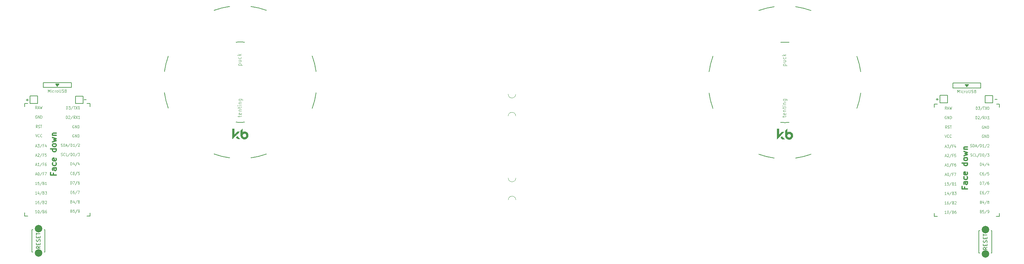
<source format=gbr>
%TF.GenerationSoftware,KiCad,Pcbnew,(6.0.5-0)*%
%TF.CreationDate,2022-06-22T19:04:36-07:00*%
%TF.ProjectId,Swept_3x6,53776570-745f-4337-9836-2e6b69636164,rev?*%
%TF.SameCoordinates,Original*%
%TF.FileFunction,Legend,Top*%
%TF.FilePolarity,Positive*%
%FSLAX46Y46*%
G04 Gerber Fmt 4.6, Leading zero omitted, Abs format (unit mm)*
G04 Created by KiCad (PCBNEW (6.0.5-0)) date 2022-06-22 19:04:36*
%MOMM*%
%LPD*%
G01*
G04 APERTURE LIST*
%ADD10C,0.300000*%
%ADD11C,0.125000*%
%ADD12C,0.120000*%
%ADD13C,0.150000*%
%ADD14C,0.100000*%
%ADD15C,0.200000*%
%ADD16C,0.010000*%
%ADD17C,2.000000*%
G04 APERTURE END LIST*
D10*
X269463057Y-71055857D02*
X269463057Y-71555857D01*
X270248771Y-71555857D02*
X268748771Y-71555857D01*
X268748771Y-70841571D01*
X270248771Y-69627285D02*
X269463057Y-69627285D01*
X269320200Y-69698714D01*
X269248771Y-69841571D01*
X269248771Y-70127285D01*
X269320200Y-70270142D01*
X270177342Y-69627285D02*
X270248771Y-69770142D01*
X270248771Y-70127285D01*
X270177342Y-70270142D01*
X270034485Y-70341571D01*
X269891628Y-70341571D01*
X269748771Y-70270142D01*
X269677342Y-70127285D01*
X269677342Y-69770142D01*
X269605914Y-69627285D01*
X270177342Y-68270142D02*
X270248771Y-68413000D01*
X270248771Y-68698714D01*
X270177342Y-68841571D01*
X270105914Y-68913000D01*
X269963057Y-68984428D01*
X269534485Y-68984428D01*
X269391628Y-68913000D01*
X269320200Y-68841571D01*
X269248771Y-68698714D01*
X269248771Y-68413000D01*
X269320200Y-68270142D01*
X270177342Y-67055857D02*
X270248771Y-67198714D01*
X270248771Y-67484428D01*
X270177342Y-67627285D01*
X270034485Y-67698714D01*
X269463057Y-67698714D01*
X269320200Y-67627285D01*
X269248771Y-67484428D01*
X269248771Y-67198714D01*
X269320200Y-67055857D01*
X269463057Y-66984428D01*
X269605914Y-66984428D01*
X269748771Y-67698714D01*
X270248771Y-64555857D02*
X268748771Y-64555857D01*
X270177342Y-64555857D02*
X270248771Y-64698714D01*
X270248771Y-64984428D01*
X270177342Y-65127285D01*
X270105914Y-65198714D01*
X269963057Y-65270142D01*
X269534485Y-65270142D01*
X269391628Y-65198714D01*
X269320200Y-65127285D01*
X269248771Y-64984428D01*
X269248771Y-64698714D01*
X269320200Y-64555857D01*
X270248771Y-63627285D02*
X270177342Y-63770142D01*
X270105914Y-63841571D01*
X269963057Y-63913000D01*
X269534485Y-63913000D01*
X269391628Y-63841571D01*
X269320200Y-63770142D01*
X269248771Y-63627285D01*
X269248771Y-63413000D01*
X269320200Y-63270142D01*
X269391628Y-63198714D01*
X269534485Y-63127285D01*
X269963057Y-63127285D01*
X270105914Y-63198714D01*
X270177342Y-63270142D01*
X270248771Y-63413000D01*
X270248771Y-63627285D01*
X269248771Y-62627285D02*
X270248771Y-62341571D01*
X269534485Y-62055857D01*
X270248771Y-61770142D01*
X269248771Y-61484428D01*
X269248771Y-60913000D02*
X270248771Y-60913000D01*
X269391628Y-60913000D02*
X269320200Y-60841571D01*
X269248771Y-60698714D01*
X269248771Y-60484428D01*
X269320200Y-60341571D01*
X269463057Y-60270142D01*
X270248771Y-60270142D01*
X25267457Y-67322057D02*
X25267457Y-67822057D01*
X26053171Y-67822057D02*
X24553171Y-67822057D01*
X24553171Y-67107771D01*
X26053171Y-65893485D02*
X25267457Y-65893485D01*
X25124600Y-65964914D01*
X25053171Y-66107771D01*
X25053171Y-66393485D01*
X25124600Y-66536342D01*
X25981742Y-65893485D02*
X26053171Y-66036342D01*
X26053171Y-66393485D01*
X25981742Y-66536342D01*
X25838885Y-66607771D01*
X25696028Y-66607771D01*
X25553171Y-66536342D01*
X25481742Y-66393485D01*
X25481742Y-66036342D01*
X25410314Y-65893485D01*
X25981742Y-64536342D02*
X26053171Y-64679200D01*
X26053171Y-64964914D01*
X25981742Y-65107771D01*
X25910314Y-65179200D01*
X25767457Y-65250628D01*
X25338885Y-65250628D01*
X25196028Y-65179200D01*
X25124600Y-65107771D01*
X25053171Y-64964914D01*
X25053171Y-64679200D01*
X25124600Y-64536342D01*
X25981742Y-63322057D02*
X26053171Y-63464914D01*
X26053171Y-63750628D01*
X25981742Y-63893485D01*
X25838885Y-63964914D01*
X25267457Y-63964914D01*
X25124600Y-63893485D01*
X25053171Y-63750628D01*
X25053171Y-63464914D01*
X25124600Y-63322057D01*
X25267457Y-63250628D01*
X25410314Y-63250628D01*
X25553171Y-63964914D01*
X26053171Y-60822057D02*
X24553171Y-60822057D01*
X25981742Y-60822057D02*
X26053171Y-60964914D01*
X26053171Y-61250628D01*
X25981742Y-61393485D01*
X25910314Y-61464914D01*
X25767457Y-61536342D01*
X25338885Y-61536342D01*
X25196028Y-61464914D01*
X25124600Y-61393485D01*
X25053171Y-61250628D01*
X25053171Y-60964914D01*
X25124600Y-60822057D01*
X26053171Y-59893485D02*
X25981742Y-60036342D01*
X25910314Y-60107771D01*
X25767457Y-60179200D01*
X25338885Y-60179200D01*
X25196028Y-60107771D01*
X25124600Y-60036342D01*
X25053171Y-59893485D01*
X25053171Y-59679200D01*
X25124600Y-59536342D01*
X25196028Y-59464914D01*
X25338885Y-59393485D01*
X25767457Y-59393485D01*
X25910314Y-59464914D01*
X25981742Y-59536342D01*
X26053171Y-59679200D01*
X26053171Y-59893485D01*
X25053171Y-58893485D02*
X26053171Y-58607771D01*
X25338885Y-58322057D01*
X26053171Y-58036342D01*
X25053171Y-57750628D01*
X25053171Y-57179200D02*
X26053171Y-57179200D01*
X25196028Y-57179200D02*
X25124600Y-57107771D01*
X25053171Y-56964914D01*
X25053171Y-56750628D01*
X25124600Y-56607771D01*
X25267457Y-56536342D01*
X26053171Y-56536342D01*
D11*
%TO.C,U1*%
X274492923Y-57053000D02*
X274429114Y-57017285D01*
X274333400Y-57017285D01*
X274237685Y-57053000D01*
X274173876Y-57124428D01*
X274141971Y-57195857D01*
X274110066Y-57338714D01*
X274110066Y-57445857D01*
X274141971Y-57588714D01*
X274173876Y-57660142D01*
X274237685Y-57731571D01*
X274333400Y-57767285D01*
X274397209Y-57767285D01*
X274492923Y-57731571D01*
X274524828Y-57695857D01*
X274524828Y-57445857D01*
X274397209Y-57445857D01*
X274811971Y-57767285D02*
X274811971Y-57017285D01*
X275194828Y-57767285D01*
X275194828Y-57017285D01*
X275513876Y-57767285D02*
X275513876Y-57017285D01*
X275673400Y-57017285D01*
X275769114Y-57053000D01*
X275832923Y-57124428D01*
X275864828Y-57195857D01*
X275896733Y-57338714D01*
X275896733Y-57445857D01*
X275864828Y-57588714D01*
X275832923Y-57660142D01*
X275769114Y-57731571D01*
X275673400Y-57767285D01*
X275513876Y-57767285D01*
X272464590Y-50217285D02*
X272464590Y-49467285D01*
X272624114Y-49467285D01*
X272719828Y-49503000D01*
X272783638Y-49574428D01*
X272815542Y-49645857D01*
X272847447Y-49788714D01*
X272847447Y-49895857D01*
X272815542Y-50038714D01*
X272783638Y-50110142D01*
X272719828Y-50181571D01*
X272624114Y-50217285D01*
X272464590Y-50217285D01*
X273070780Y-49467285D02*
X273485542Y-49467285D01*
X273262209Y-49753000D01*
X273357923Y-49753000D01*
X273421733Y-49788714D01*
X273453638Y-49824428D01*
X273485542Y-49895857D01*
X273485542Y-50074428D01*
X273453638Y-50145857D01*
X273421733Y-50181571D01*
X273357923Y-50217285D01*
X273166495Y-50217285D01*
X273102685Y-50181571D01*
X273070780Y-50145857D01*
X274251257Y-49431571D02*
X273676971Y-50395857D01*
X274378876Y-49467285D02*
X274761733Y-49467285D01*
X274570304Y-50217285D02*
X274570304Y-49467285D01*
X274921257Y-49467285D02*
X275367923Y-50217285D01*
X275367923Y-49467285D02*
X274921257Y-50217285D01*
X275750780Y-49467285D02*
X275814590Y-49467285D01*
X275878400Y-49503000D01*
X275910304Y-49538714D01*
X275942209Y-49610142D01*
X275974114Y-49753000D01*
X275974114Y-49931571D01*
X275942209Y-50074428D01*
X275910304Y-50145857D01*
X275878400Y-50181571D01*
X275814590Y-50217285D01*
X275750780Y-50217285D01*
X275686971Y-50181571D01*
X275655066Y-50145857D01*
X275623161Y-50074428D01*
X275591257Y-49931571D01*
X275591257Y-49753000D01*
X275623161Y-49610142D01*
X275655066Y-49538714D01*
X275686971Y-49503000D01*
X275750780Y-49467285D01*
X273620780Y-72524428D02*
X273844114Y-72524428D01*
X273939828Y-72917285D02*
X273620780Y-72917285D01*
X273620780Y-72167285D01*
X273939828Y-72167285D01*
X274514114Y-72167285D02*
X274386495Y-72167285D01*
X274322685Y-72203000D01*
X274290780Y-72238714D01*
X274226971Y-72345857D01*
X274195066Y-72488714D01*
X274195066Y-72774428D01*
X274226971Y-72845857D01*
X274258876Y-72881571D01*
X274322685Y-72917285D01*
X274450304Y-72917285D01*
X274514114Y-72881571D01*
X274546019Y-72845857D01*
X274577923Y-72774428D01*
X274577923Y-72595857D01*
X274546019Y-72524428D01*
X274514114Y-72488714D01*
X274450304Y-72453000D01*
X274322685Y-72453000D01*
X274258876Y-72488714D01*
X274226971Y-72524428D01*
X274195066Y-72595857D01*
X275343638Y-72131571D02*
X274769352Y-73095857D01*
X275503161Y-72167285D02*
X275949828Y-72167285D01*
X275662685Y-72917285D01*
X272384828Y-52767285D02*
X272384828Y-52017285D01*
X272544352Y-52017285D01*
X272640066Y-52053000D01*
X272703876Y-52124428D01*
X272735780Y-52195857D01*
X272767685Y-52338714D01*
X272767685Y-52445857D01*
X272735780Y-52588714D01*
X272703876Y-52660142D01*
X272640066Y-52731571D01*
X272544352Y-52767285D01*
X272384828Y-52767285D01*
X273022923Y-52088714D02*
X273054828Y-52053000D01*
X273118638Y-52017285D01*
X273278161Y-52017285D01*
X273341971Y-52053000D01*
X273373876Y-52088714D01*
X273405780Y-52160142D01*
X273405780Y-52231571D01*
X273373876Y-52338714D01*
X272991019Y-52767285D01*
X273405780Y-52767285D01*
X274171495Y-51981571D02*
X273597209Y-52945857D01*
X274777685Y-52767285D02*
X274554352Y-52410142D01*
X274394828Y-52767285D02*
X274394828Y-52017285D01*
X274650066Y-52017285D01*
X274713876Y-52053000D01*
X274745780Y-52088714D01*
X274777685Y-52160142D01*
X274777685Y-52267285D01*
X274745780Y-52338714D01*
X274713876Y-52374428D01*
X274650066Y-52410142D01*
X274394828Y-52410142D01*
X275001019Y-52017285D02*
X275447685Y-52767285D01*
X275447685Y-52017285D02*
X275001019Y-52767285D01*
X276053876Y-52767285D02*
X275671019Y-52767285D01*
X275862447Y-52767285D02*
X275862447Y-52017285D01*
X275798638Y-52124428D01*
X275734828Y-52195857D01*
X275671019Y-52231571D01*
X273588876Y-65267285D02*
X273588876Y-64517285D01*
X273748400Y-64517285D01*
X273844114Y-64553000D01*
X273907923Y-64624428D01*
X273939828Y-64695857D01*
X273971733Y-64838714D01*
X273971733Y-64945857D01*
X273939828Y-65088714D01*
X273907923Y-65160142D01*
X273844114Y-65231571D01*
X273748400Y-65267285D01*
X273588876Y-65267285D01*
X274546019Y-64767285D02*
X274546019Y-65267285D01*
X274386495Y-64481571D02*
X274226971Y-65017285D01*
X274641733Y-65017285D01*
X275375542Y-64481571D02*
X274801257Y-65445857D01*
X275886019Y-64767285D02*
X275886019Y-65267285D01*
X275726495Y-64481571D02*
X275566971Y-65017285D01*
X275981733Y-65017285D01*
X271014828Y-60231571D02*
X271110542Y-60267285D01*
X271270066Y-60267285D01*
X271333876Y-60231571D01*
X271365780Y-60195857D01*
X271397685Y-60124428D01*
X271397685Y-60053000D01*
X271365780Y-59981571D01*
X271333876Y-59945857D01*
X271270066Y-59910142D01*
X271142447Y-59874428D01*
X271078638Y-59838714D01*
X271046733Y-59803000D01*
X271014828Y-59731571D01*
X271014828Y-59660142D01*
X271046733Y-59588714D01*
X271078638Y-59553000D01*
X271142447Y-59517285D01*
X271301971Y-59517285D01*
X271397685Y-59553000D01*
X271684828Y-60267285D02*
X271684828Y-59517285D01*
X271844352Y-59517285D01*
X271940066Y-59553000D01*
X272003876Y-59624428D01*
X272035780Y-59695857D01*
X272067685Y-59838714D01*
X272067685Y-59945857D01*
X272035780Y-60088714D01*
X272003876Y-60160142D01*
X271940066Y-60231571D01*
X271844352Y-60267285D01*
X271684828Y-60267285D01*
X272322923Y-60053000D02*
X272641971Y-60053000D01*
X272259114Y-60267285D02*
X272482447Y-59517285D01*
X272705780Y-60267285D01*
X273407685Y-59481571D02*
X272833400Y-60445857D01*
X273631019Y-60267285D02*
X273631019Y-59517285D01*
X273790542Y-59517285D01*
X273886257Y-59553000D01*
X273950066Y-59624428D01*
X273981971Y-59695857D01*
X274013876Y-59838714D01*
X274013876Y-59945857D01*
X273981971Y-60088714D01*
X273950066Y-60160142D01*
X273886257Y-60231571D01*
X273790542Y-60267285D01*
X273631019Y-60267285D01*
X274651971Y-60267285D02*
X274269114Y-60267285D01*
X274460542Y-60267285D02*
X274460542Y-59517285D01*
X274396733Y-59624428D01*
X274332923Y-59695857D01*
X274269114Y-59731571D01*
X275417685Y-59481571D02*
X274843400Y-60445857D01*
X275609114Y-59588714D02*
X275641019Y-59553000D01*
X275704828Y-59517285D01*
X275864352Y-59517285D01*
X275928161Y-59553000D01*
X275960066Y-59588714D01*
X275991971Y-59660142D01*
X275991971Y-59731571D01*
X275960066Y-59838714D01*
X275577209Y-60267285D01*
X275991971Y-60267285D01*
X264217685Y-60203000D02*
X264536733Y-60203000D01*
X264153876Y-60417285D02*
X264377209Y-59667285D01*
X264600542Y-60417285D01*
X264760066Y-59667285D02*
X265174828Y-59667285D01*
X264951495Y-59953000D01*
X265047209Y-59953000D01*
X265111019Y-59988714D01*
X265142923Y-60024428D01*
X265174828Y-60095857D01*
X265174828Y-60274428D01*
X265142923Y-60345857D01*
X265111019Y-60381571D01*
X265047209Y-60417285D01*
X264855780Y-60417285D01*
X264791971Y-60381571D01*
X264760066Y-60345857D01*
X265940542Y-59631571D02*
X265366257Y-60595857D01*
X266387209Y-60024428D02*
X266163876Y-60024428D01*
X266163876Y-60417285D02*
X266163876Y-59667285D01*
X266482923Y-59667285D01*
X267025304Y-59917285D02*
X267025304Y-60417285D01*
X266865780Y-59631571D02*
X266706257Y-60167285D01*
X267121019Y-60167285D01*
X273812209Y-75074428D02*
X273907923Y-75110142D01*
X273939828Y-75145857D01*
X273971733Y-75217285D01*
X273971733Y-75324428D01*
X273939828Y-75395857D01*
X273907923Y-75431571D01*
X273844114Y-75467285D01*
X273588876Y-75467285D01*
X273588876Y-74717285D01*
X273812209Y-74717285D01*
X273876019Y-74753000D01*
X273907923Y-74788714D01*
X273939828Y-74860142D01*
X273939828Y-74931571D01*
X273907923Y-75003000D01*
X273876019Y-75038714D01*
X273812209Y-75074428D01*
X273588876Y-75074428D01*
X274546019Y-74967285D02*
X274546019Y-75467285D01*
X274386495Y-74681571D02*
X274226971Y-75217285D01*
X274641733Y-75217285D01*
X275375542Y-74681571D02*
X274801257Y-75645857D01*
X275694590Y-75038714D02*
X275630780Y-75003000D01*
X275598876Y-74967285D01*
X275566971Y-74895857D01*
X275566971Y-74860142D01*
X275598876Y-74788714D01*
X275630780Y-74753000D01*
X275694590Y-74717285D01*
X275822209Y-74717285D01*
X275886019Y-74753000D01*
X275917923Y-74788714D01*
X275949828Y-74860142D01*
X275949828Y-74895857D01*
X275917923Y-74967285D01*
X275886019Y-75003000D01*
X275822209Y-75038714D01*
X275694590Y-75038714D01*
X275630780Y-75074428D01*
X275598876Y-75110142D01*
X275566971Y-75181571D01*
X275566971Y-75324428D01*
X275598876Y-75395857D01*
X275630780Y-75431571D01*
X275694590Y-75467285D01*
X275822209Y-75467285D01*
X275886019Y-75431571D01*
X275917923Y-75395857D01*
X275949828Y-75324428D01*
X275949828Y-75181571D01*
X275917923Y-75110142D01*
X275886019Y-75074428D01*
X275822209Y-75038714D01*
D12*
X267551971Y-45717285D02*
X267551971Y-44967285D01*
X267801971Y-45503000D01*
X268051971Y-44967285D01*
X268051971Y-45717285D01*
X268409114Y-45717285D02*
X268409114Y-45217285D01*
X268409114Y-44967285D02*
X268373400Y-45003000D01*
X268409114Y-45038714D01*
X268444828Y-45003000D01*
X268409114Y-44967285D01*
X268409114Y-45038714D01*
X269087685Y-45681571D02*
X269016257Y-45717285D01*
X268873400Y-45717285D01*
X268801971Y-45681571D01*
X268766257Y-45645857D01*
X268730542Y-45574428D01*
X268730542Y-45360142D01*
X268766257Y-45288714D01*
X268801971Y-45253000D01*
X268873400Y-45217285D01*
X269016257Y-45217285D01*
X269087685Y-45253000D01*
X269409114Y-45717285D02*
X269409114Y-45217285D01*
X269409114Y-45360142D02*
X269444828Y-45288714D01*
X269480542Y-45253000D01*
X269551971Y-45217285D01*
X269623400Y-45217285D01*
X269980542Y-45717285D02*
X269909114Y-45681571D01*
X269873400Y-45645857D01*
X269837685Y-45574428D01*
X269837685Y-45360142D01*
X269873400Y-45288714D01*
X269909114Y-45253000D01*
X269980542Y-45217285D01*
X270087685Y-45217285D01*
X270159114Y-45253000D01*
X270194828Y-45288714D01*
X270230542Y-45360142D01*
X270230542Y-45574428D01*
X270194828Y-45645857D01*
X270159114Y-45681571D01*
X270087685Y-45717285D01*
X269980542Y-45717285D01*
X270551971Y-44967285D02*
X270551971Y-45574428D01*
X270587685Y-45645857D01*
X270623400Y-45681571D01*
X270694828Y-45717285D01*
X270837685Y-45717285D01*
X270909114Y-45681571D01*
X270944828Y-45645857D01*
X270980542Y-45574428D01*
X270980542Y-44967285D01*
X271301971Y-45681571D02*
X271409114Y-45717285D01*
X271587685Y-45717285D01*
X271659114Y-45681571D01*
X271694828Y-45645857D01*
X271730542Y-45574428D01*
X271730542Y-45503000D01*
X271694828Y-45431571D01*
X271659114Y-45395857D01*
X271587685Y-45360142D01*
X271444828Y-45324428D01*
X271373400Y-45288714D01*
X271337685Y-45253000D01*
X271301971Y-45181571D01*
X271301971Y-45110142D01*
X271337685Y-45038714D01*
X271373400Y-45003000D01*
X271444828Y-44967285D01*
X271623400Y-44967285D01*
X271730542Y-45003000D01*
X272301971Y-45324428D02*
X272409114Y-45360142D01*
X272444828Y-45395857D01*
X272480542Y-45467285D01*
X272480542Y-45574428D01*
X272444828Y-45645857D01*
X272409114Y-45681571D01*
X272337685Y-45717285D01*
X272051971Y-45717285D01*
X272051971Y-44967285D01*
X272301971Y-44967285D01*
X272373400Y-45003000D01*
X272409114Y-45038714D01*
X272444828Y-45110142D01*
X272444828Y-45181571D01*
X272409114Y-45253000D01*
X272373400Y-45288714D01*
X272301971Y-45324428D01*
X272051971Y-45324428D01*
X267551971Y-45717285D02*
X267551971Y-44967285D01*
X267801971Y-45503000D01*
X268051971Y-44967285D01*
X268051971Y-45717285D01*
X268409114Y-45717285D02*
X268409114Y-45217285D01*
X268409114Y-44967285D02*
X268373400Y-45003000D01*
X268409114Y-45038714D01*
X268444828Y-45003000D01*
X268409114Y-44967285D01*
X268409114Y-45038714D01*
X269087685Y-45681571D02*
X269016257Y-45717285D01*
X268873400Y-45717285D01*
X268801971Y-45681571D01*
X268766257Y-45645857D01*
X268730542Y-45574428D01*
X268730542Y-45360142D01*
X268766257Y-45288714D01*
X268801971Y-45253000D01*
X268873400Y-45217285D01*
X269016257Y-45217285D01*
X269087685Y-45253000D01*
X269409114Y-45717285D02*
X269409114Y-45217285D01*
X269409114Y-45360142D02*
X269444828Y-45288714D01*
X269480542Y-45253000D01*
X269551971Y-45217285D01*
X269623400Y-45217285D01*
X269980542Y-45717285D02*
X269909114Y-45681571D01*
X269873400Y-45645857D01*
X269837685Y-45574428D01*
X269837685Y-45360142D01*
X269873400Y-45288714D01*
X269909114Y-45253000D01*
X269980542Y-45217285D01*
X270087685Y-45217285D01*
X270159114Y-45253000D01*
X270194828Y-45288714D01*
X270230542Y-45360142D01*
X270230542Y-45574428D01*
X270194828Y-45645857D01*
X270159114Y-45681571D01*
X270087685Y-45717285D01*
X269980542Y-45717285D01*
X270551971Y-44967285D02*
X270551971Y-45574428D01*
X270587685Y-45645857D01*
X270623400Y-45681571D01*
X270694828Y-45717285D01*
X270837685Y-45717285D01*
X270909114Y-45681571D01*
X270944828Y-45645857D01*
X270980542Y-45574428D01*
X270980542Y-44967285D01*
X271301971Y-45681571D02*
X271409114Y-45717285D01*
X271587685Y-45717285D01*
X271659114Y-45681571D01*
X271694828Y-45645857D01*
X271730542Y-45574428D01*
X271730542Y-45503000D01*
X271694828Y-45431571D01*
X271659114Y-45395857D01*
X271587685Y-45360142D01*
X271444828Y-45324428D01*
X271373400Y-45288714D01*
X271337685Y-45253000D01*
X271301971Y-45181571D01*
X271301971Y-45110142D01*
X271337685Y-45038714D01*
X271373400Y-45003000D01*
X271444828Y-44967285D01*
X271623400Y-44967285D01*
X271730542Y-45003000D01*
X272301971Y-45324428D02*
X272409114Y-45360142D01*
X272444828Y-45395857D01*
X272480542Y-45467285D01*
X272480542Y-45574428D01*
X272444828Y-45645857D01*
X272409114Y-45681571D01*
X272337685Y-45717285D01*
X272051971Y-45717285D01*
X272051971Y-44967285D01*
X272301971Y-44967285D01*
X272373400Y-45003000D01*
X272409114Y-45038714D01*
X272444828Y-45110142D01*
X272444828Y-45181571D01*
X272409114Y-45253000D01*
X272373400Y-45288714D01*
X272301971Y-45324428D01*
X272051971Y-45324428D01*
D11*
X264217685Y-65203000D02*
X264536733Y-65203000D01*
X264153876Y-65417285D02*
X264377209Y-64667285D01*
X264600542Y-65417285D01*
X265174828Y-65417285D02*
X264791971Y-65417285D01*
X264983400Y-65417285D02*
X264983400Y-64667285D01*
X264919590Y-64774428D01*
X264855780Y-64845857D01*
X264791971Y-64881571D01*
X265940542Y-64631571D02*
X265366257Y-65595857D01*
X266387209Y-65024428D02*
X266163876Y-65024428D01*
X266163876Y-65417285D02*
X266163876Y-64667285D01*
X266482923Y-64667285D01*
X267025304Y-64667285D02*
X266897685Y-64667285D01*
X266833876Y-64703000D01*
X266801971Y-64738714D01*
X266738161Y-64845857D01*
X266706257Y-64988714D01*
X266706257Y-65274428D01*
X266738161Y-65345857D01*
X266770066Y-65381571D01*
X266833876Y-65417285D01*
X266961495Y-65417285D01*
X267025304Y-65381571D01*
X267057209Y-65345857D01*
X267089114Y-65274428D01*
X267089114Y-65095857D01*
X267057209Y-65024428D01*
X267025304Y-64988714D01*
X266961495Y-64953000D01*
X266833876Y-64953000D01*
X266770066Y-64988714D01*
X266738161Y-65024428D01*
X266706257Y-65095857D01*
X264520780Y-70517285D02*
X264137923Y-70517285D01*
X264329352Y-70517285D02*
X264329352Y-69767285D01*
X264265542Y-69874428D01*
X264201733Y-69945857D01*
X264137923Y-69981571D01*
X265126971Y-69767285D02*
X264807923Y-69767285D01*
X264776019Y-70124428D01*
X264807923Y-70088714D01*
X264871733Y-70053000D01*
X265031257Y-70053000D01*
X265095066Y-70088714D01*
X265126971Y-70124428D01*
X265158876Y-70195857D01*
X265158876Y-70374428D01*
X265126971Y-70445857D01*
X265095066Y-70481571D01*
X265031257Y-70517285D01*
X264871733Y-70517285D01*
X264807923Y-70481571D01*
X264776019Y-70445857D01*
X265924590Y-69731571D02*
X265350304Y-70695857D01*
X266371257Y-70124428D02*
X266466971Y-70160142D01*
X266498876Y-70195857D01*
X266530780Y-70267285D01*
X266530780Y-70374428D01*
X266498876Y-70445857D01*
X266466971Y-70481571D01*
X266403161Y-70517285D01*
X266147923Y-70517285D01*
X266147923Y-69767285D01*
X266371257Y-69767285D01*
X266435066Y-69803000D01*
X266466971Y-69838714D01*
X266498876Y-69910142D01*
X266498876Y-69981571D01*
X266466971Y-70053000D01*
X266435066Y-70088714D01*
X266371257Y-70124428D01*
X266147923Y-70124428D01*
X267168876Y-70517285D02*
X266786019Y-70517285D01*
X266977447Y-70517285D02*
X266977447Y-69767285D01*
X266913638Y-69874428D01*
X266849828Y-69945857D01*
X266786019Y-69981571D01*
X274492923Y-54603000D02*
X274429114Y-54567285D01*
X274333400Y-54567285D01*
X274237685Y-54603000D01*
X274173876Y-54674428D01*
X274141971Y-54745857D01*
X274110066Y-54888714D01*
X274110066Y-54995857D01*
X274141971Y-55138714D01*
X274173876Y-55210142D01*
X274237685Y-55281571D01*
X274333400Y-55317285D01*
X274397209Y-55317285D01*
X274492923Y-55281571D01*
X274524828Y-55245857D01*
X274524828Y-54995857D01*
X274397209Y-54995857D01*
X274811971Y-55317285D02*
X274811971Y-54567285D01*
X275194828Y-55317285D01*
X275194828Y-54567285D01*
X275513876Y-55317285D02*
X275513876Y-54567285D01*
X275673400Y-54567285D01*
X275769114Y-54603000D01*
X275832923Y-54674428D01*
X275864828Y-54745857D01*
X275896733Y-54888714D01*
X275896733Y-54995857D01*
X275864828Y-55138714D01*
X275832923Y-55210142D01*
X275769114Y-55281571D01*
X275673400Y-55317285D01*
X275513876Y-55317285D01*
X273588876Y-70367285D02*
X273588876Y-69617285D01*
X273748400Y-69617285D01*
X273844114Y-69653000D01*
X273907923Y-69724428D01*
X273939828Y-69795857D01*
X273971733Y-69938714D01*
X273971733Y-70045857D01*
X273939828Y-70188714D01*
X273907923Y-70260142D01*
X273844114Y-70331571D01*
X273748400Y-70367285D01*
X273588876Y-70367285D01*
X274195066Y-69617285D02*
X274641733Y-69617285D01*
X274354590Y-70367285D01*
X275375542Y-69581571D02*
X274801257Y-70545857D01*
X275886019Y-69617285D02*
X275758400Y-69617285D01*
X275694590Y-69653000D01*
X275662685Y-69688714D01*
X275598876Y-69795857D01*
X275566971Y-69938714D01*
X275566971Y-70224428D01*
X275598876Y-70295857D01*
X275630780Y-70331571D01*
X275694590Y-70367285D01*
X275822209Y-70367285D01*
X275886019Y-70331571D01*
X275917923Y-70295857D01*
X275949828Y-70224428D01*
X275949828Y-70045857D01*
X275917923Y-69974428D01*
X275886019Y-69938714D01*
X275822209Y-69903000D01*
X275694590Y-69903000D01*
X275630780Y-69938714D01*
X275598876Y-69974428D01*
X275566971Y-70045857D01*
X264520780Y-75617285D02*
X264137923Y-75617285D01*
X264329352Y-75617285D02*
X264329352Y-74867285D01*
X264265542Y-74974428D01*
X264201733Y-75045857D01*
X264137923Y-75081571D01*
X265095066Y-74867285D02*
X264967447Y-74867285D01*
X264903638Y-74903000D01*
X264871733Y-74938714D01*
X264807923Y-75045857D01*
X264776019Y-75188714D01*
X264776019Y-75474428D01*
X264807923Y-75545857D01*
X264839828Y-75581571D01*
X264903638Y-75617285D01*
X265031257Y-75617285D01*
X265095066Y-75581571D01*
X265126971Y-75545857D01*
X265158876Y-75474428D01*
X265158876Y-75295857D01*
X265126971Y-75224428D01*
X265095066Y-75188714D01*
X265031257Y-75153000D01*
X264903638Y-75153000D01*
X264839828Y-75188714D01*
X264807923Y-75224428D01*
X264776019Y-75295857D01*
X265924590Y-74831571D02*
X265350304Y-75795857D01*
X266371257Y-75224428D02*
X266466971Y-75260142D01*
X266498876Y-75295857D01*
X266530780Y-75367285D01*
X266530780Y-75474428D01*
X266498876Y-75545857D01*
X266466971Y-75581571D01*
X266403161Y-75617285D01*
X266147923Y-75617285D01*
X266147923Y-74867285D01*
X266371257Y-74867285D01*
X266435066Y-74903000D01*
X266466971Y-74938714D01*
X266498876Y-75010142D01*
X266498876Y-75081571D01*
X266466971Y-75153000D01*
X266435066Y-75188714D01*
X266371257Y-75224428D01*
X266147923Y-75224428D01*
X266786019Y-74938714D02*
X266817923Y-74903000D01*
X266881733Y-74867285D01*
X267041257Y-74867285D01*
X267105066Y-74903000D01*
X267136971Y-74938714D01*
X267168876Y-75010142D01*
X267168876Y-75081571D01*
X267136971Y-75188714D01*
X266754114Y-75617285D01*
X267168876Y-75617285D01*
X273971733Y-67745857D02*
X273939828Y-67781571D01*
X273844114Y-67817285D01*
X273780304Y-67817285D01*
X273684590Y-67781571D01*
X273620780Y-67710142D01*
X273588876Y-67638714D01*
X273556971Y-67495857D01*
X273556971Y-67388714D01*
X273588876Y-67245857D01*
X273620780Y-67174428D01*
X273684590Y-67103000D01*
X273780304Y-67067285D01*
X273844114Y-67067285D01*
X273939828Y-67103000D01*
X273971733Y-67138714D01*
X274546019Y-67067285D02*
X274418400Y-67067285D01*
X274354590Y-67103000D01*
X274322685Y-67138714D01*
X274258876Y-67245857D01*
X274226971Y-67388714D01*
X274226971Y-67674428D01*
X274258876Y-67745857D01*
X274290780Y-67781571D01*
X274354590Y-67817285D01*
X274482209Y-67817285D01*
X274546019Y-67781571D01*
X274577923Y-67745857D01*
X274609828Y-67674428D01*
X274609828Y-67495857D01*
X274577923Y-67424428D01*
X274546019Y-67388714D01*
X274482209Y-67353000D01*
X274354590Y-67353000D01*
X274290780Y-67388714D01*
X274258876Y-67424428D01*
X274226971Y-67495857D01*
X275375542Y-67031571D02*
X274801257Y-67995857D01*
X275917923Y-67067285D02*
X275598876Y-67067285D01*
X275566971Y-67424428D01*
X275598876Y-67388714D01*
X275662685Y-67353000D01*
X275822209Y-67353000D01*
X275886019Y-67388714D01*
X275917923Y-67424428D01*
X275949828Y-67495857D01*
X275949828Y-67674428D01*
X275917923Y-67745857D01*
X275886019Y-67781571D01*
X275822209Y-67817285D01*
X275662685Y-67817285D01*
X275598876Y-67781571D01*
X275566971Y-67745857D01*
X264686495Y-55267285D02*
X264463161Y-54910142D01*
X264303638Y-55267285D02*
X264303638Y-54517285D01*
X264558876Y-54517285D01*
X264622685Y-54553000D01*
X264654590Y-54588714D01*
X264686495Y-54660142D01*
X264686495Y-54767285D01*
X264654590Y-54838714D01*
X264622685Y-54874428D01*
X264558876Y-54910142D01*
X264303638Y-54910142D01*
X264941733Y-55231571D02*
X265037447Y-55267285D01*
X265196971Y-55267285D01*
X265260780Y-55231571D01*
X265292685Y-55195857D01*
X265324590Y-55124428D01*
X265324590Y-55053000D01*
X265292685Y-54981571D01*
X265260780Y-54945857D01*
X265196971Y-54910142D01*
X265069352Y-54874428D01*
X265005542Y-54838714D01*
X264973638Y-54803000D01*
X264941733Y-54731571D01*
X264941733Y-54660142D01*
X264973638Y-54588714D01*
X265005542Y-54553000D01*
X265069352Y-54517285D01*
X265228876Y-54517285D01*
X265324590Y-54553000D01*
X265516019Y-54517285D02*
X265898876Y-54517285D01*
X265707447Y-55267285D02*
X265707447Y-54517285D01*
X264160066Y-56967285D02*
X264383400Y-57717285D01*
X264606733Y-56967285D01*
X265212923Y-57645857D02*
X265181019Y-57681571D01*
X265085304Y-57717285D01*
X265021495Y-57717285D01*
X264925780Y-57681571D01*
X264861971Y-57610142D01*
X264830066Y-57538714D01*
X264798161Y-57395857D01*
X264798161Y-57288714D01*
X264830066Y-57145857D01*
X264861971Y-57074428D01*
X264925780Y-57003000D01*
X265021495Y-56967285D01*
X265085304Y-56967285D01*
X265181019Y-57003000D01*
X265212923Y-57038714D01*
X265882923Y-57645857D02*
X265851019Y-57681571D01*
X265755304Y-57717285D01*
X265691495Y-57717285D01*
X265595780Y-57681571D01*
X265531971Y-57610142D01*
X265500066Y-57538714D01*
X265468161Y-57395857D01*
X265468161Y-57288714D01*
X265500066Y-57145857D01*
X265531971Y-57074428D01*
X265595780Y-57003000D01*
X265691495Y-56967285D01*
X265755304Y-56967285D01*
X265851019Y-57003000D01*
X265882923Y-57038714D01*
X264217685Y-62703000D02*
X264536733Y-62703000D01*
X264153876Y-62917285D02*
X264377209Y-62167285D01*
X264600542Y-62917285D01*
X264791971Y-62238714D02*
X264823876Y-62203000D01*
X264887685Y-62167285D01*
X265047209Y-62167285D01*
X265111019Y-62203000D01*
X265142923Y-62238714D01*
X265174828Y-62310142D01*
X265174828Y-62381571D01*
X265142923Y-62488714D01*
X264760066Y-62917285D01*
X265174828Y-62917285D01*
X265940542Y-62131571D02*
X265366257Y-63095857D01*
X266387209Y-62524428D02*
X266163876Y-62524428D01*
X266163876Y-62917285D02*
X266163876Y-62167285D01*
X266482923Y-62167285D01*
X267057209Y-62167285D02*
X266738161Y-62167285D01*
X266706257Y-62524428D01*
X266738161Y-62488714D01*
X266801971Y-62453000D01*
X266961495Y-62453000D01*
X267025304Y-62488714D01*
X267057209Y-62524428D01*
X267089114Y-62595857D01*
X267089114Y-62774428D01*
X267057209Y-62845857D01*
X267025304Y-62881571D01*
X266961495Y-62917285D01*
X266801971Y-62917285D01*
X266738161Y-62881571D01*
X266706257Y-62845857D01*
X264590780Y-50167285D02*
X264367447Y-49810142D01*
X264207923Y-50167285D02*
X264207923Y-49417285D01*
X264463161Y-49417285D01*
X264526971Y-49453000D01*
X264558876Y-49488714D01*
X264590780Y-49560142D01*
X264590780Y-49667285D01*
X264558876Y-49738714D01*
X264526971Y-49774428D01*
X264463161Y-49810142D01*
X264207923Y-49810142D01*
X264846019Y-49953000D02*
X265165066Y-49953000D01*
X264782209Y-50167285D02*
X265005542Y-49417285D01*
X265228876Y-50167285D01*
X265388400Y-49417285D02*
X265547923Y-50167285D01*
X265675542Y-49631571D01*
X265803161Y-50167285D01*
X265962685Y-49417285D01*
X264520780Y-78117285D02*
X264137923Y-78117285D01*
X264329352Y-78117285D02*
X264329352Y-77367285D01*
X264265542Y-77474428D01*
X264201733Y-77545857D01*
X264137923Y-77581571D01*
X264935542Y-77367285D02*
X264999352Y-77367285D01*
X265063161Y-77403000D01*
X265095066Y-77438714D01*
X265126971Y-77510142D01*
X265158876Y-77653000D01*
X265158876Y-77831571D01*
X265126971Y-77974428D01*
X265095066Y-78045857D01*
X265063161Y-78081571D01*
X264999352Y-78117285D01*
X264935542Y-78117285D01*
X264871733Y-78081571D01*
X264839828Y-78045857D01*
X264807923Y-77974428D01*
X264776019Y-77831571D01*
X264776019Y-77653000D01*
X264807923Y-77510142D01*
X264839828Y-77438714D01*
X264871733Y-77403000D01*
X264935542Y-77367285D01*
X265924590Y-77331571D02*
X265350304Y-78295857D01*
X266371257Y-77724428D02*
X266466971Y-77760142D01*
X266498876Y-77795857D01*
X266530780Y-77867285D01*
X266530780Y-77974428D01*
X266498876Y-78045857D01*
X266466971Y-78081571D01*
X266403161Y-78117285D01*
X266147923Y-78117285D01*
X266147923Y-77367285D01*
X266371257Y-77367285D01*
X266435066Y-77403000D01*
X266466971Y-77438714D01*
X266498876Y-77510142D01*
X266498876Y-77581571D01*
X266466971Y-77653000D01*
X266435066Y-77688714D01*
X266371257Y-77724428D01*
X266147923Y-77724428D01*
X267105066Y-77367285D02*
X266977447Y-77367285D01*
X266913638Y-77403000D01*
X266881733Y-77438714D01*
X266817923Y-77545857D01*
X266786019Y-77688714D01*
X266786019Y-77974428D01*
X266817923Y-78045857D01*
X266849828Y-78081571D01*
X266913638Y-78117285D01*
X267041257Y-78117285D01*
X267105066Y-78081571D01*
X267136971Y-78045857D01*
X267168876Y-77974428D01*
X267168876Y-77795857D01*
X267136971Y-77724428D01*
X267105066Y-77688714D01*
X267041257Y-77653000D01*
X266913638Y-77653000D01*
X266849828Y-77688714D01*
X266817923Y-77724428D01*
X266786019Y-77795857D01*
X264217685Y-67753000D02*
X264536733Y-67753000D01*
X264153876Y-67967285D02*
X264377209Y-67217285D01*
X264600542Y-67967285D01*
X264951495Y-67217285D02*
X265015304Y-67217285D01*
X265079114Y-67253000D01*
X265111019Y-67288714D01*
X265142923Y-67360142D01*
X265174828Y-67503000D01*
X265174828Y-67681571D01*
X265142923Y-67824428D01*
X265111019Y-67895857D01*
X265079114Y-67931571D01*
X265015304Y-67967285D01*
X264951495Y-67967285D01*
X264887685Y-67931571D01*
X264855780Y-67895857D01*
X264823876Y-67824428D01*
X264791971Y-67681571D01*
X264791971Y-67503000D01*
X264823876Y-67360142D01*
X264855780Y-67288714D01*
X264887685Y-67253000D01*
X264951495Y-67217285D01*
X265940542Y-67181571D02*
X265366257Y-68145857D01*
X266387209Y-67574428D02*
X266163876Y-67574428D01*
X266163876Y-67967285D02*
X266163876Y-67217285D01*
X266482923Y-67217285D01*
X266674352Y-67217285D02*
X267121019Y-67217285D01*
X266833876Y-67967285D01*
X271030780Y-62731571D02*
X271126495Y-62767285D01*
X271286019Y-62767285D01*
X271349828Y-62731571D01*
X271381733Y-62695857D01*
X271413638Y-62624428D01*
X271413638Y-62553000D01*
X271381733Y-62481571D01*
X271349828Y-62445857D01*
X271286019Y-62410142D01*
X271158400Y-62374428D01*
X271094590Y-62338714D01*
X271062685Y-62303000D01*
X271030780Y-62231571D01*
X271030780Y-62160142D01*
X271062685Y-62088714D01*
X271094590Y-62053000D01*
X271158400Y-62017285D01*
X271317923Y-62017285D01*
X271413638Y-62053000D01*
X272083638Y-62695857D02*
X272051733Y-62731571D01*
X271956019Y-62767285D01*
X271892209Y-62767285D01*
X271796495Y-62731571D01*
X271732685Y-62660142D01*
X271700780Y-62588714D01*
X271668876Y-62445857D01*
X271668876Y-62338714D01*
X271700780Y-62195857D01*
X271732685Y-62124428D01*
X271796495Y-62053000D01*
X271892209Y-62017285D01*
X271956019Y-62017285D01*
X272051733Y-62053000D01*
X272083638Y-62088714D01*
X272689828Y-62767285D02*
X272370780Y-62767285D01*
X272370780Y-62017285D01*
X273391733Y-61981571D02*
X272817447Y-62945857D01*
X273615066Y-62767285D02*
X273615066Y-62017285D01*
X273774590Y-62017285D01*
X273870304Y-62053000D01*
X273934114Y-62124428D01*
X273966019Y-62195857D01*
X273997923Y-62338714D01*
X273997923Y-62445857D01*
X273966019Y-62588714D01*
X273934114Y-62660142D01*
X273870304Y-62731571D01*
X273774590Y-62767285D01*
X273615066Y-62767285D01*
X274412685Y-62017285D02*
X274476495Y-62017285D01*
X274540304Y-62053000D01*
X274572209Y-62088714D01*
X274604114Y-62160142D01*
X274636019Y-62303000D01*
X274636019Y-62481571D01*
X274604114Y-62624428D01*
X274572209Y-62695857D01*
X274540304Y-62731571D01*
X274476495Y-62767285D01*
X274412685Y-62767285D01*
X274348876Y-62731571D01*
X274316971Y-62695857D01*
X274285066Y-62624428D01*
X274253161Y-62481571D01*
X274253161Y-62303000D01*
X274285066Y-62160142D01*
X274316971Y-62088714D01*
X274348876Y-62053000D01*
X274412685Y-62017285D01*
X275401733Y-61981571D02*
X274827447Y-62945857D01*
X275561257Y-62017285D02*
X275976019Y-62017285D01*
X275752685Y-62303000D01*
X275848400Y-62303000D01*
X275912209Y-62338714D01*
X275944114Y-62374428D01*
X275976019Y-62445857D01*
X275976019Y-62624428D01*
X275944114Y-62695857D01*
X275912209Y-62731571D01*
X275848400Y-62767285D01*
X275656971Y-62767285D01*
X275593161Y-62731571D01*
X275561257Y-62695857D01*
X273812209Y-77574428D02*
X273907923Y-77610142D01*
X273939828Y-77645857D01*
X273971733Y-77717285D01*
X273971733Y-77824428D01*
X273939828Y-77895857D01*
X273907923Y-77931571D01*
X273844114Y-77967285D01*
X273588876Y-77967285D01*
X273588876Y-77217285D01*
X273812209Y-77217285D01*
X273876019Y-77253000D01*
X273907923Y-77288714D01*
X273939828Y-77360142D01*
X273939828Y-77431571D01*
X273907923Y-77503000D01*
X273876019Y-77538714D01*
X273812209Y-77574428D01*
X273588876Y-77574428D01*
X274577923Y-77217285D02*
X274258876Y-77217285D01*
X274226971Y-77574428D01*
X274258876Y-77538714D01*
X274322685Y-77503000D01*
X274482209Y-77503000D01*
X274546019Y-77538714D01*
X274577923Y-77574428D01*
X274609828Y-77645857D01*
X274609828Y-77824428D01*
X274577923Y-77895857D01*
X274546019Y-77931571D01*
X274482209Y-77967285D01*
X274322685Y-77967285D01*
X274258876Y-77931571D01*
X274226971Y-77895857D01*
X275375542Y-77181571D02*
X274801257Y-78145857D01*
X275630780Y-77967285D02*
X275758400Y-77967285D01*
X275822209Y-77931571D01*
X275854114Y-77895857D01*
X275917923Y-77788714D01*
X275949828Y-77645857D01*
X275949828Y-77360142D01*
X275917923Y-77288714D01*
X275886019Y-77253000D01*
X275822209Y-77217285D01*
X275694590Y-77217285D01*
X275630780Y-77253000D01*
X275598876Y-77288714D01*
X275566971Y-77360142D01*
X275566971Y-77538714D01*
X275598876Y-77610142D01*
X275630780Y-77645857D01*
X275694590Y-77681571D01*
X275822209Y-77681571D01*
X275886019Y-77645857D01*
X275917923Y-77610142D01*
X275949828Y-77538714D01*
X264520780Y-73067285D02*
X264137923Y-73067285D01*
X264329352Y-73067285D02*
X264329352Y-72317285D01*
X264265542Y-72424428D01*
X264201733Y-72495857D01*
X264137923Y-72531571D01*
X265095066Y-72567285D02*
X265095066Y-73067285D01*
X264935542Y-72281571D02*
X264776019Y-72817285D01*
X265190780Y-72817285D01*
X265924590Y-72281571D02*
X265350304Y-73245857D01*
X266371257Y-72674428D02*
X266466971Y-72710142D01*
X266498876Y-72745857D01*
X266530780Y-72817285D01*
X266530780Y-72924428D01*
X266498876Y-72995857D01*
X266466971Y-73031571D01*
X266403161Y-73067285D01*
X266147923Y-73067285D01*
X266147923Y-72317285D01*
X266371257Y-72317285D01*
X266435066Y-72353000D01*
X266466971Y-72388714D01*
X266498876Y-72460142D01*
X266498876Y-72531571D01*
X266466971Y-72603000D01*
X266435066Y-72638714D01*
X266371257Y-72674428D01*
X266147923Y-72674428D01*
X266754114Y-72317285D02*
X267168876Y-72317285D01*
X266945542Y-72603000D01*
X267041257Y-72603000D01*
X267105066Y-72638714D01*
X267136971Y-72674428D01*
X267168876Y-72745857D01*
X267168876Y-72924428D01*
X267136971Y-72995857D01*
X267105066Y-73031571D01*
X267041257Y-73067285D01*
X266849828Y-73067285D01*
X266786019Y-73031571D01*
X266754114Y-72995857D01*
X264542923Y-52003000D02*
X264479114Y-51967285D01*
X264383400Y-51967285D01*
X264287685Y-52003000D01*
X264223876Y-52074428D01*
X264191971Y-52145857D01*
X264160066Y-52288714D01*
X264160066Y-52395857D01*
X264191971Y-52538714D01*
X264223876Y-52610142D01*
X264287685Y-52681571D01*
X264383400Y-52717285D01*
X264447209Y-52717285D01*
X264542923Y-52681571D01*
X264574828Y-52645857D01*
X264574828Y-52395857D01*
X264447209Y-52395857D01*
X264861971Y-52717285D02*
X264861971Y-51967285D01*
X265244828Y-52717285D01*
X265244828Y-51967285D01*
X265563876Y-52717285D02*
X265563876Y-51967285D01*
X265723400Y-51967285D01*
X265819114Y-52003000D01*
X265882923Y-52074428D01*
X265914828Y-52145857D01*
X265946733Y-52288714D01*
X265946733Y-52395857D01*
X265914828Y-52538714D01*
X265882923Y-52610142D01*
X265819114Y-52681571D01*
X265723400Y-52717285D01*
X265563876Y-52717285D01*
D13*
%TO.C,RSW1*%
X275483580Y-87202780D02*
X275007390Y-87536114D01*
X275483580Y-87774209D02*
X274483580Y-87774209D01*
X274483580Y-87393257D01*
X274531200Y-87298019D01*
X274578819Y-87250400D01*
X274674057Y-87202780D01*
X274816914Y-87202780D01*
X274912152Y-87250400D01*
X274959771Y-87298019D01*
X275007390Y-87393257D01*
X275007390Y-87774209D01*
X274959771Y-86774209D02*
X274959771Y-86440876D01*
X275483580Y-86298019D02*
X275483580Y-86774209D01*
X274483580Y-86774209D01*
X274483580Y-86298019D01*
X275435961Y-85917066D02*
X275483580Y-85774209D01*
X275483580Y-85536114D01*
X275435961Y-85440876D01*
X275388342Y-85393257D01*
X275293104Y-85345638D01*
X275197866Y-85345638D01*
X275102628Y-85393257D01*
X275055009Y-85440876D01*
X275007390Y-85536114D01*
X274959771Y-85726590D01*
X274912152Y-85821828D01*
X274864533Y-85869447D01*
X274769295Y-85917066D01*
X274674057Y-85917066D01*
X274578819Y-85869447D01*
X274531200Y-85821828D01*
X274483580Y-85726590D01*
X274483580Y-85488495D01*
X274531200Y-85345638D01*
X274959771Y-84917066D02*
X274959771Y-84583733D01*
X275483580Y-84440876D02*
X275483580Y-84917066D01*
X274483580Y-84917066D01*
X274483580Y-84440876D01*
X274483580Y-84155161D02*
X274483580Y-83583733D01*
X275483580Y-83869447D02*
X274483580Y-83869447D01*
D14*
%TO.C,REF\u002A\u002A*%
X220833714Y-38403500D02*
X221833714Y-38403500D01*
X220881333Y-38403500D02*
X220833714Y-38308261D01*
X220833714Y-38117785D01*
X220881333Y-38022547D01*
X220928952Y-37974928D01*
X221024190Y-37927309D01*
X221309904Y-37927309D01*
X221405142Y-37974928D01*
X221452761Y-38022547D01*
X221500380Y-38117785D01*
X221500380Y-38308261D01*
X221452761Y-38403500D01*
X220833714Y-37070166D02*
X221500380Y-37070166D01*
X220833714Y-37498738D02*
X221357523Y-37498738D01*
X221452761Y-37451119D01*
X221500380Y-37355880D01*
X221500380Y-37213023D01*
X221452761Y-37117785D01*
X221405142Y-37070166D01*
X221452761Y-36165404D02*
X221500380Y-36260642D01*
X221500380Y-36451119D01*
X221452761Y-36546357D01*
X221405142Y-36593976D01*
X221309904Y-36641595D01*
X221024190Y-36641595D01*
X220928952Y-36593976D01*
X220881333Y-36546357D01*
X220833714Y-36451119D01*
X220833714Y-36260642D01*
X220881333Y-36165404D01*
X221500380Y-35736833D02*
X220500380Y-35736833D01*
X221119428Y-35641595D02*
X221500380Y-35355880D01*
X220833714Y-35355880D02*
X221214666Y-35736833D01*
X220897214Y-52294000D02*
X220897214Y-51913047D01*
X220563880Y-52151142D02*
X221421023Y-52151142D01*
X221516261Y-52103523D01*
X221563880Y-52008285D01*
X221563880Y-51913047D01*
X221516261Y-51198761D02*
X221563880Y-51294000D01*
X221563880Y-51484476D01*
X221516261Y-51579714D01*
X221421023Y-51627333D01*
X221040071Y-51627333D01*
X220944833Y-51579714D01*
X220897214Y-51484476D01*
X220897214Y-51294000D01*
X220944833Y-51198761D01*
X221040071Y-51151142D01*
X221135309Y-51151142D01*
X221230547Y-51627333D01*
X220897214Y-50722571D02*
X221563880Y-50722571D01*
X220992452Y-50722571D02*
X220944833Y-50674952D01*
X220897214Y-50579714D01*
X220897214Y-50436857D01*
X220944833Y-50341619D01*
X221040071Y-50294000D01*
X221563880Y-50294000D01*
X220897214Y-49960666D02*
X220897214Y-49579714D01*
X220563880Y-49817809D02*
X221421023Y-49817809D01*
X221516261Y-49770190D01*
X221563880Y-49674952D01*
X221563880Y-49579714D01*
X221563880Y-49246380D02*
X220897214Y-49246380D01*
X220563880Y-49246380D02*
X220611500Y-49294000D01*
X220659119Y-49246380D01*
X220611500Y-49198761D01*
X220563880Y-49246380D01*
X220659119Y-49246380D01*
X220897214Y-48770190D02*
X221563880Y-48770190D01*
X220992452Y-48770190D02*
X220944833Y-48722571D01*
X220897214Y-48627333D01*
X220897214Y-48484476D01*
X220944833Y-48389238D01*
X221040071Y-48341619D01*
X221563880Y-48341619D01*
X220897214Y-47436857D02*
X221706738Y-47436857D01*
X221801976Y-47484476D01*
X221849595Y-47532095D01*
X221897214Y-47627333D01*
X221897214Y-47770190D01*
X221849595Y-47865428D01*
X221516261Y-47436857D02*
X221563880Y-47532095D01*
X221563880Y-47722571D01*
X221516261Y-47817809D01*
X221468642Y-47865428D01*
X221373404Y-47913047D01*
X221087690Y-47913047D01*
X220992452Y-47865428D01*
X220944833Y-47817809D01*
X220897214Y-47722571D01*
X220897214Y-47532095D01*
X220944833Y-47436857D01*
D11*
%TO.C,U2*%
X20968695Y-55140085D02*
X20745361Y-54782942D01*
X20585838Y-55140085D02*
X20585838Y-54390085D01*
X20841076Y-54390085D01*
X20904885Y-54425800D01*
X20936790Y-54461514D01*
X20968695Y-54532942D01*
X20968695Y-54640085D01*
X20936790Y-54711514D01*
X20904885Y-54747228D01*
X20841076Y-54782942D01*
X20585838Y-54782942D01*
X21223933Y-55104371D02*
X21319647Y-55140085D01*
X21479171Y-55140085D01*
X21542980Y-55104371D01*
X21574885Y-55068657D01*
X21606790Y-54997228D01*
X21606790Y-54925800D01*
X21574885Y-54854371D01*
X21542980Y-54818657D01*
X21479171Y-54782942D01*
X21351552Y-54747228D01*
X21287742Y-54711514D01*
X21255838Y-54675800D01*
X21223933Y-54604371D01*
X21223933Y-54532942D01*
X21255838Y-54461514D01*
X21287742Y-54425800D01*
X21351552Y-54390085D01*
X21511076Y-54390085D01*
X21606790Y-54425800D01*
X21798219Y-54390085D02*
X22181076Y-54390085D01*
X21989647Y-55140085D02*
X21989647Y-54390085D01*
X20802980Y-75490085D02*
X20420123Y-75490085D01*
X20611552Y-75490085D02*
X20611552Y-74740085D01*
X20547742Y-74847228D01*
X20483933Y-74918657D01*
X20420123Y-74954371D01*
X21377266Y-74740085D02*
X21249647Y-74740085D01*
X21185838Y-74775800D01*
X21153933Y-74811514D01*
X21090123Y-74918657D01*
X21058219Y-75061514D01*
X21058219Y-75347228D01*
X21090123Y-75418657D01*
X21122028Y-75454371D01*
X21185838Y-75490085D01*
X21313457Y-75490085D01*
X21377266Y-75454371D01*
X21409171Y-75418657D01*
X21441076Y-75347228D01*
X21441076Y-75168657D01*
X21409171Y-75097228D01*
X21377266Y-75061514D01*
X21313457Y-75025800D01*
X21185838Y-75025800D01*
X21122028Y-75061514D01*
X21090123Y-75097228D01*
X21058219Y-75168657D01*
X22206790Y-74704371D02*
X21632504Y-75668657D01*
X22653457Y-75097228D02*
X22749171Y-75132942D01*
X22781076Y-75168657D01*
X22812980Y-75240085D01*
X22812980Y-75347228D01*
X22781076Y-75418657D01*
X22749171Y-75454371D01*
X22685361Y-75490085D01*
X22430123Y-75490085D01*
X22430123Y-74740085D01*
X22653457Y-74740085D01*
X22717266Y-74775800D01*
X22749171Y-74811514D01*
X22781076Y-74882942D01*
X22781076Y-74954371D01*
X22749171Y-75025800D01*
X22717266Y-75061514D01*
X22653457Y-75097228D01*
X22430123Y-75097228D01*
X23068219Y-74811514D02*
X23100123Y-74775800D01*
X23163933Y-74740085D01*
X23323457Y-74740085D01*
X23387266Y-74775800D01*
X23419171Y-74811514D01*
X23451076Y-74882942D01*
X23451076Y-74954371D01*
X23419171Y-75061514D01*
X23036314Y-75490085D01*
X23451076Y-75490085D01*
X20872980Y-50040085D02*
X20649647Y-49682942D01*
X20490123Y-50040085D02*
X20490123Y-49290085D01*
X20745361Y-49290085D01*
X20809171Y-49325800D01*
X20841076Y-49361514D01*
X20872980Y-49432942D01*
X20872980Y-49540085D01*
X20841076Y-49611514D01*
X20809171Y-49647228D01*
X20745361Y-49682942D01*
X20490123Y-49682942D01*
X21128219Y-49825800D02*
X21447266Y-49825800D01*
X21064409Y-50040085D02*
X21287742Y-49290085D01*
X21511076Y-50040085D01*
X21670600Y-49290085D02*
X21830123Y-50040085D01*
X21957742Y-49504371D01*
X22085361Y-50040085D01*
X22244885Y-49290085D01*
X29902980Y-72397228D02*
X30126314Y-72397228D01*
X30222028Y-72790085D02*
X29902980Y-72790085D01*
X29902980Y-72040085D01*
X30222028Y-72040085D01*
X30796314Y-72040085D02*
X30668695Y-72040085D01*
X30604885Y-72075800D01*
X30572980Y-72111514D01*
X30509171Y-72218657D01*
X30477266Y-72361514D01*
X30477266Y-72647228D01*
X30509171Y-72718657D01*
X30541076Y-72754371D01*
X30604885Y-72790085D01*
X30732504Y-72790085D01*
X30796314Y-72754371D01*
X30828219Y-72718657D01*
X30860123Y-72647228D01*
X30860123Y-72468657D01*
X30828219Y-72397228D01*
X30796314Y-72361514D01*
X30732504Y-72325800D01*
X30604885Y-72325800D01*
X30541076Y-72361514D01*
X30509171Y-72397228D01*
X30477266Y-72468657D01*
X31625838Y-72004371D02*
X31051552Y-72968657D01*
X31785361Y-72040085D02*
X32232028Y-72040085D01*
X31944885Y-72790085D01*
X20802980Y-70390085D02*
X20420123Y-70390085D01*
X20611552Y-70390085D02*
X20611552Y-69640085D01*
X20547742Y-69747228D01*
X20483933Y-69818657D01*
X20420123Y-69854371D01*
X21409171Y-69640085D02*
X21090123Y-69640085D01*
X21058219Y-69997228D01*
X21090123Y-69961514D01*
X21153933Y-69925800D01*
X21313457Y-69925800D01*
X21377266Y-69961514D01*
X21409171Y-69997228D01*
X21441076Y-70068657D01*
X21441076Y-70247228D01*
X21409171Y-70318657D01*
X21377266Y-70354371D01*
X21313457Y-70390085D01*
X21153933Y-70390085D01*
X21090123Y-70354371D01*
X21058219Y-70318657D01*
X22206790Y-69604371D02*
X21632504Y-70568657D01*
X22653457Y-69997228D02*
X22749171Y-70032942D01*
X22781076Y-70068657D01*
X22812980Y-70140085D01*
X22812980Y-70247228D01*
X22781076Y-70318657D01*
X22749171Y-70354371D01*
X22685361Y-70390085D01*
X22430123Y-70390085D01*
X22430123Y-69640085D01*
X22653457Y-69640085D01*
X22717266Y-69675800D01*
X22749171Y-69711514D01*
X22781076Y-69782942D01*
X22781076Y-69854371D01*
X22749171Y-69925800D01*
X22717266Y-69961514D01*
X22653457Y-69997228D01*
X22430123Y-69997228D01*
X23451076Y-70390085D02*
X23068219Y-70390085D01*
X23259647Y-70390085D02*
X23259647Y-69640085D01*
X23195838Y-69747228D01*
X23132028Y-69818657D01*
X23068219Y-69854371D01*
X20499885Y-65075800D02*
X20818933Y-65075800D01*
X20436076Y-65290085D02*
X20659409Y-64540085D01*
X20882742Y-65290085D01*
X21457028Y-65290085D02*
X21074171Y-65290085D01*
X21265600Y-65290085D02*
X21265600Y-64540085D01*
X21201790Y-64647228D01*
X21137980Y-64718657D01*
X21074171Y-64754371D01*
X22222742Y-64504371D02*
X21648457Y-65468657D01*
X22669409Y-64897228D02*
X22446076Y-64897228D01*
X22446076Y-65290085D02*
X22446076Y-64540085D01*
X22765123Y-64540085D01*
X23307504Y-64540085D02*
X23179885Y-64540085D01*
X23116076Y-64575800D01*
X23084171Y-64611514D01*
X23020361Y-64718657D01*
X22988457Y-64861514D01*
X22988457Y-65147228D01*
X23020361Y-65218657D01*
X23052266Y-65254371D01*
X23116076Y-65290085D01*
X23243695Y-65290085D01*
X23307504Y-65254371D01*
X23339409Y-65218657D01*
X23371314Y-65147228D01*
X23371314Y-64968657D01*
X23339409Y-64897228D01*
X23307504Y-64861514D01*
X23243695Y-64825800D01*
X23116076Y-64825800D01*
X23052266Y-64861514D01*
X23020361Y-64897228D01*
X22988457Y-64968657D01*
X29871076Y-65140085D02*
X29871076Y-64390085D01*
X30030600Y-64390085D01*
X30126314Y-64425800D01*
X30190123Y-64497228D01*
X30222028Y-64568657D01*
X30253933Y-64711514D01*
X30253933Y-64818657D01*
X30222028Y-64961514D01*
X30190123Y-65032942D01*
X30126314Y-65104371D01*
X30030600Y-65140085D01*
X29871076Y-65140085D01*
X30828219Y-64640085D02*
X30828219Y-65140085D01*
X30668695Y-64354371D02*
X30509171Y-64890085D01*
X30923933Y-64890085D01*
X31657742Y-64354371D02*
X31083457Y-65318657D01*
X32168219Y-64640085D02*
X32168219Y-65140085D01*
X32008695Y-64354371D02*
X31849171Y-64890085D01*
X32263933Y-64890085D01*
X27312980Y-62604371D02*
X27408695Y-62640085D01*
X27568219Y-62640085D01*
X27632028Y-62604371D01*
X27663933Y-62568657D01*
X27695838Y-62497228D01*
X27695838Y-62425800D01*
X27663933Y-62354371D01*
X27632028Y-62318657D01*
X27568219Y-62282942D01*
X27440600Y-62247228D01*
X27376790Y-62211514D01*
X27344885Y-62175800D01*
X27312980Y-62104371D01*
X27312980Y-62032942D01*
X27344885Y-61961514D01*
X27376790Y-61925800D01*
X27440600Y-61890085D01*
X27600123Y-61890085D01*
X27695838Y-61925800D01*
X28365838Y-62568657D02*
X28333933Y-62604371D01*
X28238219Y-62640085D01*
X28174409Y-62640085D01*
X28078695Y-62604371D01*
X28014885Y-62532942D01*
X27982980Y-62461514D01*
X27951076Y-62318657D01*
X27951076Y-62211514D01*
X27982980Y-62068657D01*
X28014885Y-61997228D01*
X28078695Y-61925800D01*
X28174409Y-61890085D01*
X28238219Y-61890085D01*
X28333933Y-61925800D01*
X28365838Y-61961514D01*
X28972028Y-62640085D02*
X28652980Y-62640085D01*
X28652980Y-61890085D01*
X29673933Y-61854371D02*
X29099647Y-62818657D01*
X29897266Y-62640085D02*
X29897266Y-61890085D01*
X30056790Y-61890085D01*
X30152504Y-61925800D01*
X30216314Y-61997228D01*
X30248219Y-62068657D01*
X30280123Y-62211514D01*
X30280123Y-62318657D01*
X30248219Y-62461514D01*
X30216314Y-62532942D01*
X30152504Y-62604371D01*
X30056790Y-62640085D01*
X29897266Y-62640085D01*
X30694885Y-61890085D02*
X30758695Y-61890085D01*
X30822504Y-61925800D01*
X30854409Y-61961514D01*
X30886314Y-62032942D01*
X30918219Y-62175800D01*
X30918219Y-62354371D01*
X30886314Y-62497228D01*
X30854409Y-62568657D01*
X30822504Y-62604371D01*
X30758695Y-62640085D01*
X30694885Y-62640085D01*
X30631076Y-62604371D01*
X30599171Y-62568657D01*
X30567266Y-62497228D01*
X30535361Y-62354371D01*
X30535361Y-62175800D01*
X30567266Y-62032942D01*
X30599171Y-61961514D01*
X30631076Y-61925800D01*
X30694885Y-61890085D01*
X31683933Y-61854371D02*
X31109647Y-62818657D01*
X31843457Y-61890085D02*
X32258219Y-61890085D01*
X32034885Y-62175800D01*
X32130600Y-62175800D01*
X32194409Y-62211514D01*
X32226314Y-62247228D01*
X32258219Y-62318657D01*
X32258219Y-62497228D01*
X32226314Y-62568657D01*
X32194409Y-62604371D01*
X32130600Y-62640085D01*
X31939171Y-62640085D01*
X31875361Y-62604371D01*
X31843457Y-62568657D01*
X30094409Y-77447228D02*
X30190123Y-77482942D01*
X30222028Y-77518657D01*
X30253933Y-77590085D01*
X30253933Y-77697228D01*
X30222028Y-77768657D01*
X30190123Y-77804371D01*
X30126314Y-77840085D01*
X29871076Y-77840085D01*
X29871076Y-77090085D01*
X30094409Y-77090085D01*
X30158219Y-77125800D01*
X30190123Y-77161514D01*
X30222028Y-77232942D01*
X30222028Y-77304371D01*
X30190123Y-77375800D01*
X30158219Y-77411514D01*
X30094409Y-77447228D01*
X29871076Y-77447228D01*
X30860123Y-77090085D02*
X30541076Y-77090085D01*
X30509171Y-77447228D01*
X30541076Y-77411514D01*
X30604885Y-77375800D01*
X30764409Y-77375800D01*
X30828219Y-77411514D01*
X30860123Y-77447228D01*
X30892028Y-77518657D01*
X30892028Y-77697228D01*
X30860123Y-77768657D01*
X30828219Y-77804371D01*
X30764409Y-77840085D01*
X30604885Y-77840085D01*
X30541076Y-77804371D01*
X30509171Y-77768657D01*
X31657742Y-77054371D02*
X31083457Y-78018657D01*
X31912980Y-77840085D02*
X32040600Y-77840085D01*
X32104409Y-77804371D01*
X32136314Y-77768657D01*
X32200123Y-77661514D01*
X32232028Y-77518657D01*
X32232028Y-77232942D01*
X32200123Y-77161514D01*
X32168219Y-77125800D01*
X32104409Y-77090085D01*
X31976790Y-77090085D01*
X31912980Y-77125800D01*
X31881076Y-77161514D01*
X31849171Y-77232942D01*
X31849171Y-77411514D01*
X31881076Y-77482942D01*
X31912980Y-77518657D01*
X31976790Y-77554371D01*
X32104409Y-77554371D01*
X32168219Y-77518657D01*
X32200123Y-77482942D01*
X32232028Y-77411514D01*
D12*
X23834171Y-45590085D02*
X23834171Y-44840085D01*
X24084171Y-45375800D01*
X24334171Y-44840085D01*
X24334171Y-45590085D01*
X24691314Y-45590085D02*
X24691314Y-45090085D01*
X24691314Y-44840085D02*
X24655600Y-44875800D01*
X24691314Y-44911514D01*
X24727028Y-44875800D01*
X24691314Y-44840085D01*
X24691314Y-44911514D01*
X25369885Y-45554371D02*
X25298457Y-45590085D01*
X25155600Y-45590085D01*
X25084171Y-45554371D01*
X25048457Y-45518657D01*
X25012742Y-45447228D01*
X25012742Y-45232942D01*
X25048457Y-45161514D01*
X25084171Y-45125800D01*
X25155600Y-45090085D01*
X25298457Y-45090085D01*
X25369885Y-45125800D01*
X25691314Y-45590085D02*
X25691314Y-45090085D01*
X25691314Y-45232942D02*
X25727028Y-45161514D01*
X25762742Y-45125800D01*
X25834171Y-45090085D01*
X25905600Y-45090085D01*
X26262742Y-45590085D02*
X26191314Y-45554371D01*
X26155600Y-45518657D01*
X26119885Y-45447228D01*
X26119885Y-45232942D01*
X26155600Y-45161514D01*
X26191314Y-45125800D01*
X26262742Y-45090085D01*
X26369885Y-45090085D01*
X26441314Y-45125800D01*
X26477028Y-45161514D01*
X26512742Y-45232942D01*
X26512742Y-45447228D01*
X26477028Y-45518657D01*
X26441314Y-45554371D01*
X26369885Y-45590085D01*
X26262742Y-45590085D01*
X26834171Y-44840085D02*
X26834171Y-45447228D01*
X26869885Y-45518657D01*
X26905600Y-45554371D01*
X26977028Y-45590085D01*
X27119885Y-45590085D01*
X27191314Y-45554371D01*
X27227028Y-45518657D01*
X27262742Y-45447228D01*
X27262742Y-44840085D01*
X27584171Y-45554371D02*
X27691314Y-45590085D01*
X27869885Y-45590085D01*
X27941314Y-45554371D01*
X27977028Y-45518657D01*
X28012742Y-45447228D01*
X28012742Y-45375800D01*
X27977028Y-45304371D01*
X27941314Y-45268657D01*
X27869885Y-45232942D01*
X27727028Y-45197228D01*
X27655600Y-45161514D01*
X27619885Y-45125800D01*
X27584171Y-45054371D01*
X27584171Y-44982942D01*
X27619885Y-44911514D01*
X27655600Y-44875800D01*
X27727028Y-44840085D01*
X27905600Y-44840085D01*
X28012742Y-44875800D01*
X28584171Y-45197228D02*
X28691314Y-45232942D01*
X28727028Y-45268657D01*
X28762742Y-45340085D01*
X28762742Y-45447228D01*
X28727028Y-45518657D01*
X28691314Y-45554371D01*
X28619885Y-45590085D01*
X28334171Y-45590085D01*
X28334171Y-44840085D01*
X28584171Y-44840085D01*
X28655600Y-44875800D01*
X28691314Y-44911514D01*
X28727028Y-44982942D01*
X28727028Y-45054371D01*
X28691314Y-45125800D01*
X28655600Y-45161514D01*
X28584171Y-45197228D01*
X28334171Y-45197228D01*
D11*
X20802980Y-77990085D02*
X20420123Y-77990085D01*
X20611552Y-77990085D02*
X20611552Y-77240085D01*
X20547742Y-77347228D01*
X20483933Y-77418657D01*
X20420123Y-77454371D01*
X21217742Y-77240085D02*
X21281552Y-77240085D01*
X21345361Y-77275800D01*
X21377266Y-77311514D01*
X21409171Y-77382942D01*
X21441076Y-77525800D01*
X21441076Y-77704371D01*
X21409171Y-77847228D01*
X21377266Y-77918657D01*
X21345361Y-77954371D01*
X21281552Y-77990085D01*
X21217742Y-77990085D01*
X21153933Y-77954371D01*
X21122028Y-77918657D01*
X21090123Y-77847228D01*
X21058219Y-77704371D01*
X21058219Y-77525800D01*
X21090123Y-77382942D01*
X21122028Y-77311514D01*
X21153933Y-77275800D01*
X21217742Y-77240085D01*
X22206790Y-77204371D02*
X21632504Y-78168657D01*
X22653457Y-77597228D02*
X22749171Y-77632942D01*
X22781076Y-77668657D01*
X22812980Y-77740085D01*
X22812980Y-77847228D01*
X22781076Y-77918657D01*
X22749171Y-77954371D01*
X22685361Y-77990085D01*
X22430123Y-77990085D01*
X22430123Y-77240085D01*
X22653457Y-77240085D01*
X22717266Y-77275800D01*
X22749171Y-77311514D01*
X22781076Y-77382942D01*
X22781076Y-77454371D01*
X22749171Y-77525800D01*
X22717266Y-77561514D01*
X22653457Y-77597228D01*
X22430123Y-77597228D01*
X23387266Y-77240085D02*
X23259647Y-77240085D01*
X23195838Y-77275800D01*
X23163933Y-77311514D01*
X23100123Y-77418657D01*
X23068219Y-77561514D01*
X23068219Y-77847228D01*
X23100123Y-77918657D01*
X23132028Y-77954371D01*
X23195838Y-77990085D01*
X23323457Y-77990085D01*
X23387266Y-77954371D01*
X23419171Y-77918657D01*
X23451076Y-77847228D01*
X23451076Y-77668657D01*
X23419171Y-77597228D01*
X23387266Y-77561514D01*
X23323457Y-77525800D01*
X23195838Y-77525800D01*
X23132028Y-77561514D01*
X23100123Y-77597228D01*
X23068219Y-77668657D01*
X30253933Y-67618657D02*
X30222028Y-67654371D01*
X30126314Y-67690085D01*
X30062504Y-67690085D01*
X29966790Y-67654371D01*
X29902980Y-67582942D01*
X29871076Y-67511514D01*
X29839171Y-67368657D01*
X29839171Y-67261514D01*
X29871076Y-67118657D01*
X29902980Y-67047228D01*
X29966790Y-66975800D01*
X30062504Y-66940085D01*
X30126314Y-66940085D01*
X30222028Y-66975800D01*
X30253933Y-67011514D01*
X30828219Y-66940085D02*
X30700600Y-66940085D01*
X30636790Y-66975800D01*
X30604885Y-67011514D01*
X30541076Y-67118657D01*
X30509171Y-67261514D01*
X30509171Y-67547228D01*
X30541076Y-67618657D01*
X30572980Y-67654371D01*
X30636790Y-67690085D01*
X30764409Y-67690085D01*
X30828219Y-67654371D01*
X30860123Y-67618657D01*
X30892028Y-67547228D01*
X30892028Y-67368657D01*
X30860123Y-67297228D01*
X30828219Y-67261514D01*
X30764409Y-67225800D01*
X30636790Y-67225800D01*
X30572980Y-67261514D01*
X30541076Y-67297228D01*
X30509171Y-67368657D01*
X31657742Y-66904371D02*
X31083457Y-67868657D01*
X32200123Y-66940085D02*
X31881076Y-66940085D01*
X31849171Y-67297228D01*
X31881076Y-67261514D01*
X31944885Y-67225800D01*
X32104409Y-67225800D01*
X32168219Y-67261514D01*
X32200123Y-67297228D01*
X32232028Y-67368657D01*
X32232028Y-67547228D01*
X32200123Y-67618657D01*
X32168219Y-67654371D01*
X32104409Y-67690085D01*
X31944885Y-67690085D01*
X31881076Y-67654371D01*
X31849171Y-67618657D01*
X27297028Y-60104371D02*
X27392742Y-60140085D01*
X27552266Y-60140085D01*
X27616076Y-60104371D01*
X27647980Y-60068657D01*
X27679885Y-59997228D01*
X27679885Y-59925800D01*
X27647980Y-59854371D01*
X27616076Y-59818657D01*
X27552266Y-59782942D01*
X27424647Y-59747228D01*
X27360838Y-59711514D01*
X27328933Y-59675800D01*
X27297028Y-59604371D01*
X27297028Y-59532942D01*
X27328933Y-59461514D01*
X27360838Y-59425800D01*
X27424647Y-59390085D01*
X27584171Y-59390085D01*
X27679885Y-59425800D01*
X27967028Y-60140085D02*
X27967028Y-59390085D01*
X28126552Y-59390085D01*
X28222266Y-59425800D01*
X28286076Y-59497228D01*
X28317980Y-59568657D01*
X28349885Y-59711514D01*
X28349885Y-59818657D01*
X28317980Y-59961514D01*
X28286076Y-60032942D01*
X28222266Y-60104371D01*
X28126552Y-60140085D01*
X27967028Y-60140085D01*
X28605123Y-59925800D02*
X28924171Y-59925800D01*
X28541314Y-60140085D02*
X28764647Y-59390085D01*
X28987980Y-60140085D01*
X29689885Y-59354371D02*
X29115600Y-60318657D01*
X29913219Y-60140085D02*
X29913219Y-59390085D01*
X30072742Y-59390085D01*
X30168457Y-59425800D01*
X30232266Y-59497228D01*
X30264171Y-59568657D01*
X30296076Y-59711514D01*
X30296076Y-59818657D01*
X30264171Y-59961514D01*
X30232266Y-60032942D01*
X30168457Y-60104371D01*
X30072742Y-60140085D01*
X29913219Y-60140085D01*
X30934171Y-60140085D02*
X30551314Y-60140085D01*
X30742742Y-60140085D02*
X30742742Y-59390085D01*
X30678933Y-59497228D01*
X30615123Y-59568657D01*
X30551314Y-59604371D01*
X31699885Y-59354371D02*
X31125599Y-60318657D01*
X31891314Y-59461514D02*
X31923219Y-59425800D01*
X31987028Y-59390085D01*
X32146552Y-59390085D01*
X32210361Y-59425800D01*
X32242266Y-59461514D01*
X32274171Y-59532942D01*
X32274171Y-59604371D01*
X32242266Y-59711514D01*
X31859409Y-60140085D01*
X32274171Y-60140085D01*
X20499885Y-67625800D02*
X20818933Y-67625800D01*
X20436076Y-67840085D02*
X20659409Y-67090085D01*
X20882742Y-67840085D01*
X21233695Y-67090085D02*
X21297504Y-67090085D01*
X21361314Y-67125800D01*
X21393219Y-67161514D01*
X21425123Y-67232942D01*
X21457028Y-67375800D01*
X21457028Y-67554371D01*
X21425123Y-67697228D01*
X21393219Y-67768657D01*
X21361314Y-67804371D01*
X21297504Y-67840085D01*
X21233695Y-67840085D01*
X21169885Y-67804371D01*
X21137980Y-67768657D01*
X21106076Y-67697228D01*
X21074171Y-67554371D01*
X21074171Y-67375800D01*
X21106076Y-67232942D01*
X21137980Y-67161514D01*
X21169885Y-67125800D01*
X21233695Y-67090085D01*
X22222742Y-67054371D02*
X21648457Y-68018657D01*
X22669409Y-67447228D02*
X22446076Y-67447228D01*
X22446076Y-67840085D02*
X22446076Y-67090085D01*
X22765123Y-67090085D01*
X22956552Y-67090085D02*
X23403219Y-67090085D01*
X23116076Y-67840085D01*
X30775123Y-54475800D02*
X30711314Y-54440085D01*
X30615600Y-54440085D01*
X30519885Y-54475800D01*
X30456076Y-54547228D01*
X30424171Y-54618657D01*
X30392266Y-54761514D01*
X30392266Y-54868657D01*
X30424171Y-55011514D01*
X30456076Y-55082942D01*
X30519885Y-55154371D01*
X30615600Y-55190085D01*
X30679409Y-55190085D01*
X30775123Y-55154371D01*
X30807028Y-55118657D01*
X30807028Y-54868657D01*
X30679409Y-54868657D01*
X31094171Y-55190085D02*
X31094171Y-54440085D01*
X31477028Y-55190085D01*
X31477028Y-54440085D01*
X31796076Y-55190085D02*
X31796076Y-54440085D01*
X31955600Y-54440085D01*
X32051314Y-54475800D01*
X32115123Y-54547228D01*
X32147028Y-54618657D01*
X32178933Y-54761514D01*
X32178933Y-54868657D01*
X32147028Y-55011514D01*
X32115123Y-55082942D01*
X32051314Y-55154371D01*
X31955600Y-55190085D01*
X31796076Y-55190085D01*
X20499885Y-60075800D02*
X20818933Y-60075800D01*
X20436076Y-60290085D02*
X20659409Y-59540085D01*
X20882742Y-60290085D01*
X21042266Y-59540085D02*
X21457028Y-59540085D01*
X21233695Y-59825800D01*
X21329409Y-59825800D01*
X21393219Y-59861514D01*
X21425123Y-59897228D01*
X21457028Y-59968657D01*
X21457028Y-60147228D01*
X21425123Y-60218657D01*
X21393219Y-60254371D01*
X21329409Y-60290085D01*
X21137980Y-60290085D01*
X21074171Y-60254371D01*
X21042266Y-60218657D01*
X22222742Y-59504371D02*
X21648457Y-60468657D01*
X22669409Y-59897228D02*
X22446076Y-59897228D01*
X22446076Y-60290085D02*
X22446076Y-59540085D01*
X22765123Y-59540085D01*
X23307504Y-59790085D02*
X23307504Y-60290085D01*
X23147980Y-59504371D02*
X22988457Y-60040085D01*
X23403219Y-60040085D01*
X28667028Y-52640085D02*
X28667028Y-51890085D01*
X28826552Y-51890085D01*
X28922266Y-51925800D01*
X28986076Y-51997228D01*
X29017980Y-52068657D01*
X29049885Y-52211514D01*
X29049885Y-52318657D01*
X29017980Y-52461514D01*
X28986076Y-52532942D01*
X28922266Y-52604371D01*
X28826552Y-52640085D01*
X28667028Y-52640085D01*
X29305123Y-51961514D02*
X29337028Y-51925800D01*
X29400838Y-51890085D01*
X29560361Y-51890085D01*
X29624171Y-51925800D01*
X29656076Y-51961514D01*
X29687980Y-52032942D01*
X29687980Y-52104371D01*
X29656076Y-52211514D01*
X29273219Y-52640085D01*
X29687980Y-52640085D01*
X30453695Y-51854371D02*
X29879409Y-52818657D01*
X31059885Y-52640085D02*
X30836552Y-52282942D01*
X30677028Y-52640085D02*
X30677028Y-51890085D01*
X30932266Y-51890085D01*
X30996076Y-51925800D01*
X31027980Y-51961514D01*
X31059885Y-52032942D01*
X31059885Y-52140085D01*
X31027980Y-52211514D01*
X30996076Y-52247228D01*
X30932266Y-52282942D01*
X30677028Y-52282942D01*
X31283219Y-51890085D02*
X31729885Y-52640085D01*
X31729885Y-51890085D02*
X31283219Y-52640085D01*
X32336076Y-52640085D02*
X31953219Y-52640085D01*
X32144647Y-52640085D02*
X32144647Y-51890085D01*
X32080838Y-51997228D01*
X32017028Y-52068657D01*
X31953219Y-52104371D01*
X20499885Y-62575800D02*
X20818933Y-62575800D01*
X20436076Y-62790085D02*
X20659409Y-62040085D01*
X20882742Y-62790085D01*
X21074171Y-62111514D02*
X21106076Y-62075800D01*
X21169885Y-62040085D01*
X21329409Y-62040085D01*
X21393219Y-62075800D01*
X21425123Y-62111514D01*
X21457028Y-62182942D01*
X21457028Y-62254371D01*
X21425123Y-62361514D01*
X21042266Y-62790085D01*
X21457028Y-62790085D01*
X22222742Y-62004371D02*
X21648457Y-62968657D01*
X22669409Y-62397228D02*
X22446076Y-62397228D01*
X22446076Y-62790085D02*
X22446076Y-62040085D01*
X22765123Y-62040085D01*
X23339409Y-62040085D02*
X23020361Y-62040085D01*
X22988457Y-62397228D01*
X23020361Y-62361514D01*
X23084171Y-62325800D01*
X23243695Y-62325800D01*
X23307504Y-62361514D01*
X23339409Y-62397228D01*
X23371314Y-62468657D01*
X23371314Y-62647228D01*
X23339409Y-62718657D01*
X23307504Y-62754371D01*
X23243695Y-62790085D01*
X23084171Y-62790085D01*
X23020361Y-62754371D01*
X22988457Y-62718657D01*
D12*
X23834171Y-45590085D02*
X23834171Y-44840085D01*
X24084171Y-45375800D01*
X24334171Y-44840085D01*
X24334171Y-45590085D01*
X24691314Y-45590085D02*
X24691314Y-45090085D01*
X24691314Y-44840085D02*
X24655600Y-44875800D01*
X24691314Y-44911514D01*
X24727028Y-44875800D01*
X24691314Y-44840085D01*
X24691314Y-44911514D01*
X25369885Y-45554371D02*
X25298457Y-45590085D01*
X25155600Y-45590085D01*
X25084171Y-45554371D01*
X25048457Y-45518657D01*
X25012742Y-45447228D01*
X25012742Y-45232942D01*
X25048457Y-45161514D01*
X25084171Y-45125800D01*
X25155600Y-45090085D01*
X25298457Y-45090085D01*
X25369885Y-45125800D01*
X25691314Y-45590085D02*
X25691314Y-45090085D01*
X25691314Y-45232942D02*
X25727028Y-45161514D01*
X25762742Y-45125800D01*
X25834171Y-45090085D01*
X25905600Y-45090085D01*
X26262742Y-45590085D02*
X26191314Y-45554371D01*
X26155600Y-45518657D01*
X26119885Y-45447228D01*
X26119885Y-45232942D01*
X26155600Y-45161514D01*
X26191314Y-45125800D01*
X26262742Y-45090085D01*
X26369885Y-45090085D01*
X26441314Y-45125800D01*
X26477028Y-45161514D01*
X26512742Y-45232942D01*
X26512742Y-45447228D01*
X26477028Y-45518657D01*
X26441314Y-45554371D01*
X26369885Y-45590085D01*
X26262742Y-45590085D01*
X26834171Y-44840085D02*
X26834171Y-45447228D01*
X26869885Y-45518657D01*
X26905600Y-45554371D01*
X26977028Y-45590085D01*
X27119885Y-45590085D01*
X27191314Y-45554371D01*
X27227028Y-45518657D01*
X27262742Y-45447228D01*
X27262742Y-44840085D01*
X27584171Y-45554371D02*
X27691314Y-45590085D01*
X27869885Y-45590085D01*
X27941314Y-45554371D01*
X27977028Y-45518657D01*
X28012742Y-45447228D01*
X28012742Y-45375800D01*
X27977028Y-45304371D01*
X27941314Y-45268657D01*
X27869885Y-45232942D01*
X27727028Y-45197228D01*
X27655600Y-45161514D01*
X27619885Y-45125800D01*
X27584171Y-45054371D01*
X27584171Y-44982942D01*
X27619885Y-44911514D01*
X27655600Y-44875800D01*
X27727028Y-44840085D01*
X27905600Y-44840085D01*
X28012742Y-44875800D01*
X28584171Y-45197228D02*
X28691314Y-45232942D01*
X28727028Y-45268657D01*
X28762742Y-45340085D01*
X28762742Y-45447228D01*
X28727028Y-45518657D01*
X28691314Y-45554371D01*
X28619885Y-45590085D01*
X28334171Y-45590085D01*
X28334171Y-44840085D01*
X28584171Y-44840085D01*
X28655600Y-44875800D01*
X28691314Y-44911514D01*
X28727028Y-44982942D01*
X28727028Y-45054371D01*
X28691314Y-45125800D01*
X28655600Y-45161514D01*
X28584171Y-45197228D01*
X28334171Y-45197228D01*
D11*
X29871076Y-70240085D02*
X29871076Y-69490085D01*
X30030600Y-69490085D01*
X30126314Y-69525800D01*
X30190123Y-69597228D01*
X30222028Y-69668657D01*
X30253933Y-69811514D01*
X30253933Y-69918657D01*
X30222028Y-70061514D01*
X30190123Y-70132942D01*
X30126314Y-70204371D01*
X30030600Y-70240085D01*
X29871076Y-70240085D01*
X30477266Y-69490085D02*
X30923933Y-69490085D01*
X30636790Y-70240085D01*
X31657742Y-69454371D02*
X31083457Y-70418657D01*
X32168219Y-69490085D02*
X32040600Y-69490085D01*
X31976790Y-69525800D01*
X31944885Y-69561514D01*
X31881076Y-69668657D01*
X31849171Y-69811514D01*
X31849171Y-70097228D01*
X31881076Y-70168657D01*
X31912980Y-70204371D01*
X31976790Y-70240085D01*
X32104409Y-70240085D01*
X32168219Y-70204371D01*
X32200123Y-70168657D01*
X32232028Y-70097228D01*
X32232028Y-69918657D01*
X32200123Y-69847228D01*
X32168219Y-69811514D01*
X32104409Y-69775800D01*
X31976790Y-69775800D01*
X31912980Y-69811514D01*
X31881076Y-69847228D01*
X31849171Y-69918657D01*
X30775123Y-56925800D02*
X30711314Y-56890085D01*
X30615600Y-56890085D01*
X30519885Y-56925800D01*
X30456076Y-56997228D01*
X30424171Y-57068657D01*
X30392266Y-57211514D01*
X30392266Y-57318657D01*
X30424171Y-57461514D01*
X30456076Y-57532942D01*
X30519885Y-57604371D01*
X30615600Y-57640085D01*
X30679409Y-57640085D01*
X30775123Y-57604371D01*
X30807028Y-57568657D01*
X30807028Y-57318657D01*
X30679409Y-57318657D01*
X31094171Y-57640085D02*
X31094171Y-56890085D01*
X31477028Y-57640085D01*
X31477028Y-56890085D01*
X31796076Y-57640085D02*
X31796076Y-56890085D01*
X31955600Y-56890085D01*
X32051314Y-56925800D01*
X32115123Y-56997228D01*
X32147028Y-57068657D01*
X32178933Y-57211514D01*
X32178933Y-57318657D01*
X32147028Y-57461514D01*
X32115123Y-57532942D01*
X32051314Y-57604371D01*
X31955600Y-57640085D01*
X31796076Y-57640085D01*
X28746790Y-50090085D02*
X28746790Y-49340085D01*
X28906314Y-49340085D01*
X29002028Y-49375800D01*
X29065838Y-49447228D01*
X29097742Y-49518657D01*
X29129647Y-49661514D01*
X29129647Y-49768657D01*
X29097742Y-49911514D01*
X29065838Y-49982942D01*
X29002028Y-50054371D01*
X28906314Y-50090085D01*
X28746790Y-50090085D01*
X29352980Y-49340085D02*
X29767742Y-49340085D01*
X29544409Y-49625800D01*
X29640123Y-49625800D01*
X29703933Y-49661514D01*
X29735838Y-49697228D01*
X29767742Y-49768657D01*
X29767742Y-49947228D01*
X29735838Y-50018657D01*
X29703933Y-50054371D01*
X29640123Y-50090085D01*
X29448695Y-50090085D01*
X29384885Y-50054371D01*
X29352980Y-50018657D01*
X30533457Y-49304371D02*
X29959171Y-50268657D01*
X30661076Y-49340085D02*
X31043933Y-49340085D01*
X30852504Y-50090085D02*
X30852504Y-49340085D01*
X31203457Y-49340085D02*
X31650123Y-50090085D01*
X31650123Y-49340085D02*
X31203457Y-50090085D01*
X32032980Y-49340085D02*
X32096790Y-49340085D01*
X32160600Y-49375800D01*
X32192504Y-49411514D01*
X32224409Y-49482942D01*
X32256314Y-49625800D01*
X32256314Y-49804371D01*
X32224409Y-49947228D01*
X32192504Y-50018657D01*
X32160600Y-50054371D01*
X32096790Y-50090085D01*
X32032980Y-50090085D01*
X31969171Y-50054371D01*
X31937266Y-50018657D01*
X31905361Y-49947228D01*
X31873457Y-49804371D01*
X31873457Y-49625800D01*
X31905361Y-49482942D01*
X31937266Y-49411514D01*
X31969171Y-49375800D01*
X32032980Y-49340085D01*
X20442266Y-56840085D02*
X20665600Y-57590085D01*
X20888933Y-56840085D01*
X21495123Y-57518657D02*
X21463219Y-57554371D01*
X21367504Y-57590085D01*
X21303695Y-57590085D01*
X21207980Y-57554371D01*
X21144171Y-57482942D01*
X21112266Y-57411514D01*
X21080361Y-57268657D01*
X21080361Y-57161514D01*
X21112266Y-57018657D01*
X21144171Y-56947228D01*
X21207980Y-56875800D01*
X21303695Y-56840085D01*
X21367504Y-56840085D01*
X21463219Y-56875800D01*
X21495123Y-56911514D01*
X22165123Y-57518657D02*
X22133219Y-57554371D01*
X22037504Y-57590085D01*
X21973695Y-57590085D01*
X21877980Y-57554371D01*
X21814171Y-57482942D01*
X21782266Y-57411514D01*
X21750361Y-57268657D01*
X21750361Y-57161514D01*
X21782266Y-57018657D01*
X21814171Y-56947228D01*
X21877980Y-56875800D01*
X21973695Y-56840085D01*
X22037504Y-56840085D01*
X22133219Y-56875800D01*
X22165123Y-56911514D01*
X30094409Y-74947228D02*
X30190123Y-74982942D01*
X30222028Y-75018657D01*
X30253933Y-75090085D01*
X30253933Y-75197228D01*
X30222028Y-75268657D01*
X30190123Y-75304371D01*
X30126314Y-75340085D01*
X29871076Y-75340085D01*
X29871076Y-74590085D01*
X30094409Y-74590085D01*
X30158219Y-74625800D01*
X30190123Y-74661514D01*
X30222028Y-74732942D01*
X30222028Y-74804371D01*
X30190123Y-74875800D01*
X30158219Y-74911514D01*
X30094409Y-74947228D01*
X29871076Y-74947228D01*
X30828219Y-74840085D02*
X30828219Y-75340085D01*
X30668695Y-74554371D02*
X30509171Y-75090085D01*
X30923933Y-75090085D01*
X31657742Y-74554371D02*
X31083457Y-75518657D01*
X31976790Y-74911514D02*
X31912980Y-74875800D01*
X31881076Y-74840085D01*
X31849171Y-74768657D01*
X31849171Y-74732942D01*
X31881076Y-74661514D01*
X31912980Y-74625800D01*
X31976790Y-74590085D01*
X32104409Y-74590085D01*
X32168219Y-74625800D01*
X32200123Y-74661514D01*
X32232028Y-74732942D01*
X32232028Y-74768657D01*
X32200123Y-74840085D01*
X32168219Y-74875800D01*
X32104409Y-74911514D01*
X31976790Y-74911514D01*
X31912980Y-74947228D01*
X31881076Y-74982942D01*
X31849171Y-75054371D01*
X31849171Y-75197228D01*
X31881076Y-75268657D01*
X31912980Y-75304371D01*
X31976790Y-75340085D01*
X32104409Y-75340085D01*
X32168219Y-75304371D01*
X32200123Y-75268657D01*
X32232028Y-75197228D01*
X32232028Y-75054371D01*
X32200123Y-74982942D01*
X32168219Y-74947228D01*
X32104409Y-74911514D01*
X20802980Y-72940085D02*
X20420123Y-72940085D01*
X20611552Y-72940085D02*
X20611552Y-72190085D01*
X20547742Y-72297228D01*
X20483933Y-72368657D01*
X20420123Y-72404371D01*
X21377266Y-72440085D02*
X21377266Y-72940085D01*
X21217742Y-72154371D02*
X21058219Y-72690085D01*
X21472980Y-72690085D01*
X22206790Y-72154371D02*
X21632504Y-73118657D01*
X22653457Y-72547228D02*
X22749171Y-72582942D01*
X22781076Y-72618657D01*
X22812980Y-72690085D01*
X22812980Y-72797228D01*
X22781076Y-72868657D01*
X22749171Y-72904371D01*
X22685361Y-72940085D01*
X22430123Y-72940085D01*
X22430123Y-72190085D01*
X22653457Y-72190085D01*
X22717266Y-72225800D01*
X22749171Y-72261514D01*
X22781076Y-72332942D01*
X22781076Y-72404371D01*
X22749171Y-72475800D01*
X22717266Y-72511514D01*
X22653457Y-72547228D01*
X22430123Y-72547228D01*
X23036314Y-72190085D02*
X23451076Y-72190085D01*
X23227742Y-72475800D01*
X23323457Y-72475800D01*
X23387266Y-72511514D01*
X23419171Y-72547228D01*
X23451076Y-72618657D01*
X23451076Y-72797228D01*
X23419171Y-72868657D01*
X23387266Y-72904371D01*
X23323457Y-72940085D01*
X23132028Y-72940085D01*
X23068219Y-72904371D01*
X23036314Y-72868657D01*
X20825123Y-51875800D02*
X20761314Y-51840085D01*
X20665600Y-51840085D01*
X20569885Y-51875800D01*
X20506076Y-51947228D01*
X20474171Y-52018657D01*
X20442266Y-52161514D01*
X20442266Y-52268657D01*
X20474171Y-52411514D01*
X20506076Y-52482942D01*
X20569885Y-52554371D01*
X20665600Y-52590085D01*
X20729409Y-52590085D01*
X20825123Y-52554371D01*
X20857028Y-52518657D01*
X20857028Y-52268657D01*
X20729409Y-52268657D01*
X21144171Y-52590085D02*
X21144171Y-51840085D01*
X21527028Y-52590085D01*
X21527028Y-51840085D01*
X21846076Y-52590085D02*
X21846076Y-51840085D01*
X22005600Y-51840085D01*
X22101314Y-51875800D01*
X22165123Y-51947228D01*
X22197028Y-52018657D01*
X22228933Y-52161514D01*
X22228933Y-52268657D01*
X22197028Y-52411514D01*
X22165123Y-52482942D01*
X22101314Y-52554371D01*
X22005600Y-52590085D01*
X21846076Y-52590085D01*
D14*
%TO.C,REF\u002A\u002A*%
X74889114Y-38345900D02*
X75889114Y-38345900D01*
X74936733Y-38345900D02*
X74889114Y-38250661D01*
X74889114Y-38060185D01*
X74936733Y-37964947D01*
X74984352Y-37917328D01*
X75079590Y-37869709D01*
X75365304Y-37869709D01*
X75460542Y-37917328D01*
X75508161Y-37964947D01*
X75555780Y-38060185D01*
X75555780Y-38250661D01*
X75508161Y-38345900D01*
X74889114Y-37012566D02*
X75555780Y-37012566D01*
X74889114Y-37441138D02*
X75412923Y-37441138D01*
X75508161Y-37393519D01*
X75555780Y-37298280D01*
X75555780Y-37155423D01*
X75508161Y-37060185D01*
X75460542Y-37012566D01*
X75508161Y-36107804D02*
X75555780Y-36203042D01*
X75555780Y-36393519D01*
X75508161Y-36488757D01*
X75460542Y-36536376D01*
X75365304Y-36583995D01*
X75079590Y-36583995D01*
X74984352Y-36536376D01*
X74936733Y-36488757D01*
X74889114Y-36393519D01*
X74889114Y-36203042D01*
X74936733Y-36107804D01*
X75555780Y-35679233D02*
X74555780Y-35679233D01*
X75174828Y-35583995D02*
X75555780Y-35298280D01*
X74889114Y-35298280D02*
X75270066Y-35679233D01*
X74952614Y-52236400D02*
X74952614Y-51855447D01*
X74619280Y-52093542D02*
X75476423Y-52093542D01*
X75571661Y-52045923D01*
X75619280Y-51950685D01*
X75619280Y-51855447D01*
X75571661Y-51141161D02*
X75619280Y-51236400D01*
X75619280Y-51426876D01*
X75571661Y-51522114D01*
X75476423Y-51569733D01*
X75095471Y-51569733D01*
X75000233Y-51522114D01*
X74952614Y-51426876D01*
X74952614Y-51236400D01*
X75000233Y-51141161D01*
X75095471Y-51093542D01*
X75190709Y-51093542D01*
X75285947Y-51569733D01*
X74952614Y-50664971D02*
X75619280Y-50664971D01*
X75047852Y-50664971D02*
X75000233Y-50617352D01*
X74952614Y-50522114D01*
X74952614Y-50379257D01*
X75000233Y-50284019D01*
X75095471Y-50236400D01*
X75619280Y-50236400D01*
X74952614Y-49903066D02*
X74952614Y-49522114D01*
X74619280Y-49760209D02*
X75476423Y-49760209D01*
X75571661Y-49712590D01*
X75619280Y-49617352D01*
X75619280Y-49522114D01*
X75619280Y-49188780D02*
X74952614Y-49188780D01*
X74619280Y-49188780D02*
X74666900Y-49236400D01*
X74714519Y-49188780D01*
X74666900Y-49141161D01*
X74619280Y-49188780D01*
X74714519Y-49188780D01*
X74952614Y-48712590D02*
X75619280Y-48712590D01*
X75047852Y-48712590D02*
X75000233Y-48664971D01*
X74952614Y-48569733D01*
X74952614Y-48426876D01*
X75000233Y-48331638D01*
X75095471Y-48284019D01*
X75619280Y-48284019D01*
X74952614Y-47379257D02*
X75762138Y-47379257D01*
X75857376Y-47426876D01*
X75904995Y-47474495D01*
X75952614Y-47569733D01*
X75952614Y-47712590D01*
X75904995Y-47807828D01*
X75571661Y-47379257D02*
X75619280Y-47474495D01*
X75619280Y-47664971D01*
X75571661Y-47760209D01*
X75524042Y-47807828D01*
X75428804Y-47855447D01*
X75143090Y-47855447D01*
X75047852Y-47807828D01*
X75000233Y-47760209D01*
X74952614Y-47664971D01*
X74952614Y-47474495D01*
X75000233Y-47379257D01*
D13*
%TO.C,RSW2*%
X21737580Y-86923380D02*
X21261390Y-87256714D01*
X21737580Y-87494809D02*
X20737580Y-87494809D01*
X20737580Y-87113857D01*
X20785200Y-87018619D01*
X20832819Y-86971000D01*
X20928057Y-86923380D01*
X21070914Y-86923380D01*
X21166152Y-86971000D01*
X21213771Y-87018619D01*
X21261390Y-87113857D01*
X21261390Y-87494809D01*
X21213771Y-86494809D02*
X21213771Y-86161476D01*
X21737580Y-86018619D02*
X21737580Y-86494809D01*
X20737580Y-86494809D01*
X20737580Y-86018619D01*
X21689961Y-85637666D02*
X21737580Y-85494809D01*
X21737580Y-85256714D01*
X21689961Y-85161476D01*
X21642342Y-85113857D01*
X21547104Y-85066238D01*
X21451866Y-85066238D01*
X21356628Y-85113857D01*
X21309009Y-85161476D01*
X21261390Y-85256714D01*
X21213771Y-85447190D01*
X21166152Y-85542428D01*
X21118533Y-85590047D01*
X21023295Y-85637666D01*
X20928057Y-85637666D01*
X20832819Y-85590047D01*
X20785200Y-85542428D01*
X20737580Y-85447190D01*
X20737580Y-85209095D01*
X20785200Y-85066238D01*
X21213771Y-84637666D02*
X21213771Y-84304333D01*
X21737580Y-84161476D02*
X21737580Y-84637666D01*
X20737580Y-84637666D01*
X20737580Y-84161476D01*
X20737580Y-83875761D02*
X20737580Y-83304333D01*
X21737580Y-83590047D02*
X20737580Y-83590047D01*
%TO.C,+*%
X261818361Y-47454457D02*
X262437638Y-47454457D01*
X262128000Y-47764095D02*
X262128000Y-47144819D01*
%TO.C,-*%
X277566361Y-47505257D02*
X278185638Y-47505257D01*
%TO.C,+*%
X17978361Y-47632257D02*
X18597638Y-47632257D01*
X18288000Y-47941895D02*
X18288000Y-47322619D01*
%TO.C,-*%
X33472361Y-47556057D02*
X34091638Y-47556057D01*
%TO.C,U1*%
X278798400Y-78078000D02*
X278798400Y-78928000D01*
X278798400Y-78928000D02*
X277938400Y-78928000D01*
X261298400Y-78028000D02*
X261298400Y-78928000D01*
X273798400Y-43128000D02*
X266298400Y-43128000D01*
X269698400Y-43628000D02*
X270398400Y-43628000D01*
X278798400Y-48728000D02*
X277998400Y-48728000D01*
X261298400Y-48728000D02*
X261298400Y-49578000D01*
X261298400Y-48728000D02*
X262148400Y-48728000D01*
X273798400Y-44428000D02*
X273798400Y-43128000D01*
X269548400Y-43478000D02*
X270548400Y-43478000D01*
X269798400Y-43778000D02*
X270298400Y-43778000D01*
X270548400Y-43478000D02*
X270048400Y-44128000D01*
X278798400Y-48728000D02*
X278798400Y-49578000D01*
X266298400Y-44428000D02*
X273798400Y-44428000D01*
X270048400Y-44128000D02*
X269548400Y-43478000D01*
X269898400Y-43928000D02*
X270198400Y-43928000D01*
X266298400Y-43128000D02*
X266298400Y-44428000D01*
X261298400Y-78928000D02*
X262148400Y-78928000D01*
D14*
%TO.C,mouse-bite-2mm-slot*%
X147158200Y-46126400D02*
G75*
G03*
X149158200Y-46126400I1000000J0D01*
G01*
X149158200Y-51968400D02*
G75*
G03*
X147158200Y-51968400I-1000000J0D01*
G01*
X149183600Y-74472800D02*
G75*
G03*
X147183600Y-74472800I-1000000J0D01*
G01*
X147183600Y-68630800D02*
G75*
G03*
X149183600Y-68630800I1000000J0D01*
G01*
D13*
%TO.C,RSW1*%
X273281200Y-82750400D02*
X273531200Y-82750400D01*
X276781200Y-88750400D02*
X276531200Y-88750400D01*
X276781200Y-82750400D02*
X276531200Y-82750400D01*
X273281200Y-88750400D02*
X273531200Y-88750400D01*
X276781200Y-88750400D02*
X276781200Y-82750400D01*
X273281200Y-88750400D02*
X273281200Y-82750400D01*
D15*
%TO.C,REF\u002A\u002A*%
X220173615Y-53671864D02*
G75*
G03*
X221302000Y-53731000I1128379J10735785D01*
G01*
X202015866Y-35927952D02*
G75*
G03*
X200982000Y-40078500I19286117J-7008044D01*
G01*
X221302000Y-32141000D02*
G75*
G03*
X220173615Y-32200136I-6J-10794921D01*
G01*
X240588135Y-49944046D02*
G75*
G03*
X241622000Y-45793500I-19286185J7008058D01*
G01*
X200982000Y-45793500D02*
G75*
G03*
X202015866Y-49944047I20319953J2857490D01*
G01*
X224159500Y-63256000D02*
G75*
G03*
X228310047Y-62222134I-2857500J20320000D01*
G01*
X228310047Y-23649866D02*
G75*
G03*
X224159500Y-22616000I-7008047J-19286134D01*
G01*
X218444500Y-22616000D02*
G75*
G03*
X214293952Y-23649866I2857496J-20319983D01*
G01*
X221302000Y-53731001D02*
G75*
G03*
X222430385Y-53671864I0J10794901D01*
G01*
X241622000Y-40078500D02*
G75*
G03*
X240588135Y-35927955I-20320019J-2857506D01*
G01*
X222430385Y-32200137D02*
G75*
G03*
X221302000Y-32141000I-1128385J-10735763D01*
G01*
X214293954Y-62222135D02*
G75*
G03*
X218444500Y-63256000I7008046J19286135D01*
G01*
G36*
X221375889Y-57120589D02*
G01*
X221374486Y-57013960D01*
X221373442Y-56891304D01*
X221372778Y-56754032D01*
X221372517Y-56603558D01*
X221372514Y-56591822D01*
X221372427Y-55900108D01*
X221880131Y-55390082D01*
X221880279Y-55883650D01*
X221880471Y-55987890D01*
X221880960Y-56084635D01*
X221881710Y-56171521D01*
X221882686Y-56246183D01*
X221883855Y-56306258D01*
X221885182Y-56349381D01*
X221886631Y-56373188D01*
X221887539Y-56377218D01*
X221899970Y-56370904D01*
X221924816Y-56354561D01*
X221948950Y-56337359D01*
X222063647Y-56266637D01*
X222185863Y-56217533D01*
X222316246Y-56189857D01*
X222455447Y-56183419D01*
X222473259Y-56184087D01*
X222562894Y-56190639D01*
X222639377Y-56202576D01*
X222711029Y-56222068D01*
X222786167Y-56251285D01*
X222856018Y-56283924D01*
X222983951Y-56359217D01*
X223096871Y-56451197D01*
X223193765Y-56558186D01*
X223273623Y-56678511D01*
X223335433Y-56810496D01*
X223378185Y-56952465D01*
X223400866Y-57102744D01*
X223404427Y-57192414D01*
X223394136Y-57344892D01*
X223362780Y-57489456D01*
X223309635Y-57628692D01*
X223252380Y-57735611D01*
X223166668Y-57855904D01*
X223065055Y-57960753D01*
X222949722Y-58049075D01*
X222822847Y-58119789D01*
X222686611Y-58171812D01*
X222543192Y-58204065D01*
X222394771Y-58215464D01*
X222294525Y-58210981D01*
X222149917Y-58186100D01*
X222009349Y-58139825D01*
X221876176Y-58073846D01*
X221753756Y-57989849D01*
X221645444Y-57889523D01*
X221637050Y-57880357D01*
X221555919Y-57776237D01*
X221486227Y-57658055D01*
X221431061Y-57532192D01*
X221393508Y-57405032D01*
X221384639Y-57358582D01*
X221382026Y-57330187D01*
X221379681Y-57280115D01*
X221378212Y-57229781D01*
X221874550Y-57229781D01*
X221885122Y-57327330D01*
X221915554Y-57421349D01*
X221944208Y-57475494D01*
X222011142Y-57563777D01*
X222090623Y-57634654D01*
X222180055Y-57687147D01*
X222276841Y-57720279D01*
X222378382Y-57733073D01*
X222482083Y-57724552D01*
X222554910Y-57705264D01*
X222597907Y-57689178D01*
X222638812Y-57671818D01*
X222654979Y-57664042D01*
X222700265Y-57633038D01*
X222749588Y-57586844D01*
X222797645Y-57531388D01*
X222839130Y-57472594D01*
X222860618Y-57434267D01*
X222880799Y-57390021D01*
X222893444Y-57351413D01*
X222900801Y-57309121D01*
X222905119Y-57253818D01*
X222905401Y-57248528D01*
X222902033Y-57141283D01*
X222879177Y-57043391D01*
X222835525Y-56949968D01*
X222817755Y-56921439D01*
X222753213Y-56843535D01*
X222674396Y-56781365D01*
X222584760Y-56735869D01*
X222487761Y-56707991D01*
X222386857Y-56698671D01*
X222285505Y-56708853D01*
X222187159Y-56739478D01*
X222173156Y-56745764D01*
X222085204Y-56798713D01*
X222011214Y-56866927D01*
X221952171Y-56947273D01*
X221909058Y-57036620D01*
X221882856Y-57131833D01*
X221874550Y-57229781D01*
X221378212Y-57229781D01*
X221377628Y-57209778D01*
X221375889Y-57120589D01*
G37*
D16*
X221375889Y-57120589D02*
X221374486Y-57013960D01*
X221373442Y-56891304D01*
X221372778Y-56754032D01*
X221372517Y-56603558D01*
X221372514Y-56591822D01*
X221372427Y-55900108D01*
X221880131Y-55390082D01*
X221880279Y-55883650D01*
X221880471Y-55987890D01*
X221880960Y-56084635D01*
X221881710Y-56171521D01*
X221882686Y-56246183D01*
X221883855Y-56306258D01*
X221885182Y-56349381D01*
X221886631Y-56373188D01*
X221887539Y-56377218D01*
X221899970Y-56370904D01*
X221924816Y-56354561D01*
X221948950Y-56337359D01*
X222063647Y-56266637D01*
X222185863Y-56217533D01*
X222316246Y-56189857D01*
X222455447Y-56183419D01*
X222473259Y-56184087D01*
X222562894Y-56190639D01*
X222639377Y-56202576D01*
X222711029Y-56222068D01*
X222786167Y-56251285D01*
X222856018Y-56283924D01*
X222983951Y-56359217D01*
X223096871Y-56451197D01*
X223193765Y-56558186D01*
X223273623Y-56678511D01*
X223335433Y-56810496D01*
X223378185Y-56952465D01*
X223400866Y-57102744D01*
X223404427Y-57192414D01*
X223394136Y-57344892D01*
X223362780Y-57489456D01*
X223309635Y-57628692D01*
X223252380Y-57735611D01*
X223166668Y-57855904D01*
X223065055Y-57960753D01*
X222949722Y-58049075D01*
X222822847Y-58119789D01*
X222686611Y-58171812D01*
X222543192Y-58204065D01*
X222394771Y-58215464D01*
X222294525Y-58210981D01*
X222149917Y-58186100D01*
X222009349Y-58139825D01*
X221876176Y-58073846D01*
X221753756Y-57989849D01*
X221645444Y-57889523D01*
X221637050Y-57880357D01*
X221555919Y-57776237D01*
X221486227Y-57658055D01*
X221431061Y-57532192D01*
X221393508Y-57405032D01*
X221384639Y-57358582D01*
X221382026Y-57330187D01*
X221379681Y-57280115D01*
X221378212Y-57229781D01*
X221874550Y-57229781D01*
X221885122Y-57327330D01*
X221915554Y-57421349D01*
X221944208Y-57475494D01*
X222011142Y-57563777D01*
X222090623Y-57634654D01*
X222180055Y-57687147D01*
X222276841Y-57720279D01*
X222378382Y-57733073D01*
X222482083Y-57724552D01*
X222554910Y-57705264D01*
X222597907Y-57689178D01*
X222638812Y-57671818D01*
X222654979Y-57664042D01*
X222700265Y-57633038D01*
X222749588Y-57586844D01*
X222797645Y-57531388D01*
X222839130Y-57472594D01*
X222860618Y-57434267D01*
X222880799Y-57390021D01*
X222893444Y-57351413D01*
X222900801Y-57309121D01*
X222905119Y-57253818D01*
X222905401Y-57248528D01*
X222902033Y-57141283D01*
X222879177Y-57043391D01*
X222835525Y-56949968D01*
X222817755Y-56921439D01*
X222753213Y-56843535D01*
X222674396Y-56781365D01*
X222584760Y-56735869D01*
X222487761Y-56707991D01*
X222386857Y-56698671D01*
X222285505Y-56708853D01*
X222187159Y-56739478D01*
X222173156Y-56745764D01*
X222085204Y-56798713D01*
X222011214Y-56866927D01*
X221952171Y-56947273D01*
X221909058Y-57036620D01*
X221882856Y-57131833D01*
X221874550Y-57229781D01*
X221378212Y-57229781D01*
X221377628Y-57209778D01*
X221375889Y-57120589D01*
G36*
X220482025Y-57424398D02*
G01*
X220504728Y-57447261D01*
X220539207Y-57482792D01*
X220583476Y-57528884D01*
X220635543Y-57583430D01*
X220693422Y-57644324D01*
X220755121Y-57709459D01*
X220818654Y-57776729D01*
X220882029Y-57844027D01*
X220943259Y-57909246D01*
X221000355Y-57970281D01*
X221051327Y-58025024D01*
X221094187Y-58071369D01*
X221126945Y-58107209D01*
X221147613Y-58130438D01*
X221149906Y-58133129D01*
X221178207Y-58166764D01*
X220558193Y-58166764D01*
X220384843Y-57990695D01*
X220331101Y-57935952D01*
X220280818Y-57884439D01*
X220237002Y-57839259D01*
X220202656Y-57803513D01*
X220180788Y-57780304D01*
X220177611Y-57776812D01*
X220143729Y-57738997D01*
X220304764Y-57577653D01*
X220354477Y-57528198D01*
X220398701Y-57484873D01*
X220434848Y-57450160D01*
X220460330Y-57426540D01*
X220472559Y-57416492D01*
X220473090Y-57416309D01*
X220482025Y-57424398D01*
G37*
X220482025Y-57424398D02*
X220504728Y-57447261D01*
X220539207Y-57482792D01*
X220583476Y-57528884D01*
X220635543Y-57583430D01*
X220693422Y-57644324D01*
X220755121Y-57709459D01*
X220818654Y-57776729D01*
X220882029Y-57844027D01*
X220943259Y-57909246D01*
X221000355Y-57970281D01*
X221051327Y-58025024D01*
X221094187Y-58071369D01*
X221126945Y-58107209D01*
X221147613Y-58130438D01*
X221149906Y-58133129D01*
X221178207Y-58166764D01*
X220558193Y-58166764D01*
X220384843Y-57990695D01*
X220331101Y-57935952D01*
X220280818Y-57884439D01*
X220237002Y-57839259D01*
X220202656Y-57803513D01*
X220180788Y-57780304D01*
X220177611Y-57776812D01*
X220143729Y-57738997D01*
X220304764Y-57577653D01*
X220354477Y-57528198D01*
X220398701Y-57484873D01*
X220434848Y-57450160D01*
X220460330Y-57426540D01*
X220472559Y-57416492D01*
X220473090Y-57416309D01*
X220482025Y-57424398D01*
G36*
X219675245Y-57017867D02*
G01*
X220478191Y-56215167D01*
X220766559Y-56218261D01*
X221054927Y-56221354D01*
X220207703Y-57081491D01*
X220089778Y-57201214D01*
X219974979Y-57317763D01*
X219864525Y-57429903D01*
X219759633Y-57536396D01*
X219661521Y-57636007D01*
X219571406Y-57727500D01*
X219490507Y-57809637D01*
X219420040Y-57881182D01*
X219361224Y-57940900D01*
X219315277Y-57987554D01*
X219283416Y-58019907D01*
X219269635Y-58033903D01*
X219178791Y-58126179D01*
X219178791Y-55384309D01*
X219675245Y-55384309D01*
X219675245Y-57017867D01*
G37*
X219675245Y-57017867D02*
X220478191Y-56215167D01*
X220766559Y-56218261D01*
X221054927Y-56221354D01*
X220207703Y-57081491D01*
X220089778Y-57201214D01*
X219974979Y-57317763D01*
X219864525Y-57429903D01*
X219759633Y-57536396D01*
X219661521Y-57636007D01*
X219571406Y-57727500D01*
X219490507Y-57809637D01*
X219420040Y-57881182D01*
X219361224Y-57940900D01*
X219315277Y-57987554D01*
X219283416Y-58019907D01*
X219269635Y-58033903D01*
X219178791Y-58126179D01*
X219178791Y-55384309D01*
X219675245Y-55384309D01*
X219675245Y-57017867D01*
D13*
%TO.C,U2*%
X30080600Y-43000800D02*
X22580600Y-43000800D01*
X35080600Y-78800800D02*
X34220600Y-78800800D01*
X22580600Y-44300800D02*
X30080600Y-44300800D01*
X35080600Y-48600800D02*
X34280600Y-48600800D01*
X26830600Y-43350800D02*
X26330600Y-44000800D01*
X35080600Y-77950800D02*
X35080600Y-78800800D01*
X22580600Y-43000800D02*
X22580600Y-44300800D01*
X26180600Y-43800800D02*
X26480600Y-43800800D01*
X25830600Y-43350800D02*
X26830600Y-43350800D01*
X26080600Y-43650800D02*
X26580600Y-43650800D01*
X30080600Y-44300800D02*
X30080600Y-43000800D01*
X26330600Y-44000800D02*
X25830600Y-43350800D01*
X17580600Y-77900800D02*
X17580600Y-78800800D01*
X17580600Y-48600800D02*
X18430600Y-48600800D01*
X25980600Y-43500800D02*
X26680600Y-43500800D01*
X17580600Y-78800800D02*
X18430600Y-78800800D01*
X17580600Y-48600800D02*
X17580600Y-49450800D01*
X35080600Y-48600800D02*
X35080600Y-49450800D01*
D15*
%TO.C,REF\u002A\u002A*%
X95677400Y-40020900D02*
G75*
G03*
X94643535Y-35870355I-20320019J-2857506D01*
G01*
X68349354Y-62164535D02*
G75*
G03*
X72499900Y-63198400I7008046J19286135D01*
G01*
X72499900Y-22558400D02*
G75*
G03*
X68349352Y-23592266I2857496J-20319983D01*
G01*
X55037400Y-45735900D02*
G75*
G03*
X56071266Y-49886447I20319953J2857490D01*
G01*
X75357400Y-32083400D02*
G75*
G03*
X74229015Y-32142536I-6J-10794921D01*
G01*
X94643535Y-49886446D02*
G75*
G03*
X95677400Y-45735900I-19286185J7008058D01*
G01*
X75357400Y-53673401D02*
G75*
G03*
X76485785Y-53614264I0J10794901D01*
G01*
X78214900Y-63198400D02*
G75*
G03*
X82365447Y-62164534I-2857500J20320000D01*
G01*
X76485785Y-32142537D02*
G75*
G03*
X75357400Y-32083400I-1128385J-10735763D01*
G01*
X82365447Y-23592266D02*
G75*
G03*
X78214900Y-22558400I-7008047J-19286134D01*
G01*
X56071266Y-35870352D02*
G75*
G03*
X55037400Y-40020900I19286117J-7008044D01*
G01*
X74229015Y-53614264D02*
G75*
G03*
X75357400Y-53673400I1128379J10735785D01*
G01*
G36*
X73730645Y-56960267D02*
G01*
X74533591Y-56157567D01*
X74821959Y-56160661D01*
X75110327Y-56163754D01*
X74263103Y-57023891D01*
X74145178Y-57143614D01*
X74030379Y-57260163D01*
X73919925Y-57372303D01*
X73815033Y-57478796D01*
X73716921Y-57578407D01*
X73626806Y-57669900D01*
X73545907Y-57752037D01*
X73475440Y-57823582D01*
X73416624Y-57883300D01*
X73370677Y-57929954D01*
X73338816Y-57962307D01*
X73325035Y-57976303D01*
X73234191Y-58068579D01*
X73234191Y-55326709D01*
X73730645Y-55326709D01*
X73730645Y-56960267D01*
G37*
D16*
X73730645Y-56960267D02*
X74533591Y-56157567D01*
X74821959Y-56160661D01*
X75110327Y-56163754D01*
X74263103Y-57023891D01*
X74145178Y-57143614D01*
X74030379Y-57260163D01*
X73919925Y-57372303D01*
X73815033Y-57478796D01*
X73716921Y-57578407D01*
X73626806Y-57669900D01*
X73545907Y-57752037D01*
X73475440Y-57823582D01*
X73416624Y-57883300D01*
X73370677Y-57929954D01*
X73338816Y-57962307D01*
X73325035Y-57976303D01*
X73234191Y-58068579D01*
X73234191Y-55326709D01*
X73730645Y-55326709D01*
X73730645Y-56960267D01*
G36*
X74537425Y-57366798D02*
G01*
X74560128Y-57389661D01*
X74594607Y-57425192D01*
X74638876Y-57471284D01*
X74690943Y-57525830D01*
X74748822Y-57586724D01*
X74810521Y-57651859D01*
X74874054Y-57719129D01*
X74937429Y-57786427D01*
X74998659Y-57851646D01*
X75055755Y-57912681D01*
X75106727Y-57967424D01*
X75149587Y-58013769D01*
X75182345Y-58049609D01*
X75203013Y-58072838D01*
X75205306Y-58075529D01*
X75233607Y-58109164D01*
X74613593Y-58109164D01*
X74440243Y-57933095D01*
X74386501Y-57878352D01*
X74336218Y-57826839D01*
X74292402Y-57781659D01*
X74258056Y-57745913D01*
X74236188Y-57722704D01*
X74233011Y-57719212D01*
X74199129Y-57681397D01*
X74360164Y-57520053D01*
X74409877Y-57470598D01*
X74454101Y-57427273D01*
X74490248Y-57392560D01*
X74515730Y-57368940D01*
X74527959Y-57358892D01*
X74528490Y-57358709D01*
X74537425Y-57366798D01*
G37*
X74537425Y-57366798D02*
X74560128Y-57389661D01*
X74594607Y-57425192D01*
X74638876Y-57471284D01*
X74690943Y-57525830D01*
X74748822Y-57586724D01*
X74810521Y-57651859D01*
X74874054Y-57719129D01*
X74937429Y-57786427D01*
X74998659Y-57851646D01*
X75055755Y-57912681D01*
X75106727Y-57967424D01*
X75149587Y-58013769D01*
X75182345Y-58049609D01*
X75203013Y-58072838D01*
X75205306Y-58075529D01*
X75233607Y-58109164D01*
X74613593Y-58109164D01*
X74440243Y-57933095D01*
X74386501Y-57878352D01*
X74336218Y-57826839D01*
X74292402Y-57781659D01*
X74258056Y-57745913D01*
X74236188Y-57722704D01*
X74233011Y-57719212D01*
X74199129Y-57681397D01*
X74360164Y-57520053D01*
X74409877Y-57470598D01*
X74454101Y-57427273D01*
X74490248Y-57392560D01*
X74515730Y-57368940D01*
X74527959Y-57358892D01*
X74528490Y-57358709D01*
X74537425Y-57366798D01*
G36*
X75431289Y-57062989D02*
G01*
X75429886Y-56956360D01*
X75428842Y-56833704D01*
X75428178Y-56696432D01*
X75427917Y-56545958D01*
X75427914Y-56534222D01*
X75427827Y-55842508D01*
X75935531Y-55332482D01*
X75935679Y-55826050D01*
X75935871Y-55930290D01*
X75936360Y-56027035D01*
X75937110Y-56113921D01*
X75938086Y-56188583D01*
X75939255Y-56248658D01*
X75940582Y-56291781D01*
X75942031Y-56315588D01*
X75942939Y-56319618D01*
X75955370Y-56313304D01*
X75980216Y-56296961D01*
X76004350Y-56279759D01*
X76119047Y-56209037D01*
X76241263Y-56159933D01*
X76371646Y-56132257D01*
X76510847Y-56125819D01*
X76528659Y-56126487D01*
X76618294Y-56133039D01*
X76694777Y-56144976D01*
X76766429Y-56164468D01*
X76841567Y-56193685D01*
X76911418Y-56226324D01*
X77039351Y-56301617D01*
X77152271Y-56393597D01*
X77249165Y-56500586D01*
X77329023Y-56620911D01*
X77390833Y-56752896D01*
X77433585Y-56894865D01*
X77456266Y-57045144D01*
X77459827Y-57134814D01*
X77449536Y-57287292D01*
X77418180Y-57431856D01*
X77365035Y-57571092D01*
X77307780Y-57678011D01*
X77222068Y-57798304D01*
X77120455Y-57903153D01*
X77005122Y-57991475D01*
X76878247Y-58062189D01*
X76742011Y-58114212D01*
X76598592Y-58146465D01*
X76450171Y-58157864D01*
X76349925Y-58153381D01*
X76205317Y-58128500D01*
X76064749Y-58082225D01*
X75931576Y-58016246D01*
X75809156Y-57932249D01*
X75700844Y-57831923D01*
X75692450Y-57822757D01*
X75611319Y-57718637D01*
X75541627Y-57600455D01*
X75486461Y-57474592D01*
X75448908Y-57347432D01*
X75440039Y-57300982D01*
X75437426Y-57272587D01*
X75435081Y-57222515D01*
X75433612Y-57172181D01*
X75929950Y-57172181D01*
X75940522Y-57269730D01*
X75970954Y-57363749D01*
X75999608Y-57417894D01*
X76066542Y-57506177D01*
X76146023Y-57577054D01*
X76235455Y-57629547D01*
X76332241Y-57662679D01*
X76433782Y-57675473D01*
X76537483Y-57666952D01*
X76610310Y-57647664D01*
X76653307Y-57631578D01*
X76694212Y-57614218D01*
X76710379Y-57606442D01*
X76755665Y-57575438D01*
X76804988Y-57529244D01*
X76853045Y-57473788D01*
X76894530Y-57414994D01*
X76916018Y-57376667D01*
X76936199Y-57332421D01*
X76948844Y-57293813D01*
X76956201Y-57251521D01*
X76960519Y-57196218D01*
X76960801Y-57190928D01*
X76957433Y-57083683D01*
X76934577Y-56985791D01*
X76890925Y-56892368D01*
X76873155Y-56863839D01*
X76808613Y-56785935D01*
X76729796Y-56723765D01*
X76640160Y-56678269D01*
X76543161Y-56650391D01*
X76442257Y-56641071D01*
X76340905Y-56651253D01*
X76242559Y-56681878D01*
X76228556Y-56688164D01*
X76140604Y-56741113D01*
X76066614Y-56809327D01*
X76007571Y-56889673D01*
X75964458Y-56979020D01*
X75938256Y-57074233D01*
X75929950Y-57172181D01*
X75433612Y-57172181D01*
X75433028Y-57152178D01*
X75431289Y-57062989D01*
G37*
X75431289Y-57062989D02*
X75429886Y-56956360D01*
X75428842Y-56833704D01*
X75428178Y-56696432D01*
X75427917Y-56545958D01*
X75427914Y-56534222D01*
X75427827Y-55842508D01*
X75935531Y-55332482D01*
X75935679Y-55826050D01*
X75935871Y-55930290D01*
X75936360Y-56027035D01*
X75937110Y-56113921D01*
X75938086Y-56188583D01*
X75939255Y-56248658D01*
X75940582Y-56291781D01*
X75942031Y-56315588D01*
X75942939Y-56319618D01*
X75955370Y-56313304D01*
X75980216Y-56296961D01*
X76004350Y-56279759D01*
X76119047Y-56209037D01*
X76241263Y-56159933D01*
X76371646Y-56132257D01*
X76510847Y-56125819D01*
X76528659Y-56126487D01*
X76618294Y-56133039D01*
X76694777Y-56144976D01*
X76766429Y-56164468D01*
X76841567Y-56193685D01*
X76911418Y-56226324D01*
X77039351Y-56301617D01*
X77152271Y-56393597D01*
X77249165Y-56500586D01*
X77329023Y-56620911D01*
X77390833Y-56752896D01*
X77433585Y-56894865D01*
X77456266Y-57045144D01*
X77459827Y-57134814D01*
X77449536Y-57287292D01*
X77418180Y-57431856D01*
X77365035Y-57571092D01*
X77307780Y-57678011D01*
X77222068Y-57798304D01*
X77120455Y-57903153D01*
X77005122Y-57991475D01*
X76878247Y-58062189D01*
X76742011Y-58114212D01*
X76598592Y-58146465D01*
X76450171Y-58157864D01*
X76349925Y-58153381D01*
X76205317Y-58128500D01*
X76064749Y-58082225D01*
X75931576Y-58016246D01*
X75809156Y-57932249D01*
X75700844Y-57831923D01*
X75692450Y-57822757D01*
X75611319Y-57718637D01*
X75541627Y-57600455D01*
X75486461Y-57474592D01*
X75448908Y-57347432D01*
X75440039Y-57300982D01*
X75437426Y-57272587D01*
X75435081Y-57222515D01*
X75433612Y-57172181D01*
X75929950Y-57172181D01*
X75940522Y-57269730D01*
X75970954Y-57363749D01*
X75999608Y-57417894D01*
X76066542Y-57506177D01*
X76146023Y-57577054D01*
X76235455Y-57629547D01*
X76332241Y-57662679D01*
X76433782Y-57675473D01*
X76537483Y-57666952D01*
X76610310Y-57647664D01*
X76653307Y-57631578D01*
X76694212Y-57614218D01*
X76710379Y-57606442D01*
X76755665Y-57575438D01*
X76804988Y-57529244D01*
X76853045Y-57473788D01*
X76894530Y-57414994D01*
X76916018Y-57376667D01*
X76936199Y-57332421D01*
X76948844Y-57293813D01*
X76956201Y-57251521D01*
X76960519Y-57196218D01*
X76960801Y-57190928D01*
X76957433Y-57083683D01*
X76934577Y-56985791D01*
X76890925Y-56892368D01*
X76873155Y-56863839D01*
X76808613Y-56785935D01*
X76729796Y-56723765D01*
X76640160Y-56678269D01*
X76543161Y-56650391D01*
X76442257Y-56641071D01*
X76340905Y-56651253D01*
X76242559Y-56681878D01*
X76228556Y-56688164D01*
X76140604Y-56741113D01*
X76066614Y-56809327D01*
X76007571Y-56889673D01*
X75964458Y-56979020D01*
X75938256Y-57074233D01*
X75929950Y-57172181D01*
X75433612Y-57172181D01*
X75433028Y-57152178D01*
X75431289Y-57062989D01*
D13*
%TO.C,RSW2*%
X19535200Y-82471000D02*
X19535200Y-88471000D01*
X23035200Y-82471000D02*
X23035200Y-88471000D01*
X23035200Y-82471000D02*
X22785200Y-82471000D01*
X19535200Y-88471000D02*
X19785200Y-88471000D01*
X23035200Y-88471000D02*
X22785200Y-88471000D01*
X19535200Y-82471000D02*
X19785200Y-82471000D01*
%TO.C,+*%
X262855200Y-46396400D02*
X262855200Y-48396400D01*
X264855200Y-48396400D02*
X264855200Y-46396400D01*
X264855200Y-46396400D02*
X262855200Y-46396400D01*
X262855200Y-48396400D02*
X264855200Y-48396400D01*
%TO.C,-*%
X274996400Y-48447200D02*
X276996400Y-48447200D01*
X276996400Y-46447200D02*
X274996400Y-46447200D01*
X274996400Y-46447200D02*
X274996400Y-48447200D01*
X276996400Y-48447200D02*
X276996400Y-46447200D01*
%TO.C,+*%
X19040600Y-46574200D02*
X19040600Y-48574200D01*
X19040600Y-48574200D02*
X21040600Y-48574200D01*
X21040600Y-48574200D02*
X21040600Y-46574200D01*
X21040600Y-46574200D02*
X19040600Y-46574200D01*
%TO.C,-*%
X33207200Y-48625000D02*
X33207200Y-46625000D01*
X33207200Y-46625000D02*
X31207200Y-46625000D01*
X31207200Y-48625000D02*
X33207200Y-48625000D01*
X31207200Y-46625000D02*
X31207200Y-48625000D01*
%TD*%
D17*
%TO.C,RSW1*%
X275031200Y-82500400D03*
X275031200Y-89000400D03*
%TD*%
%TO.C,RSW2*%
X21285200Y-88721000D03*
X21285200Y-82221000D03*
%TD*%
M02*

</source>
